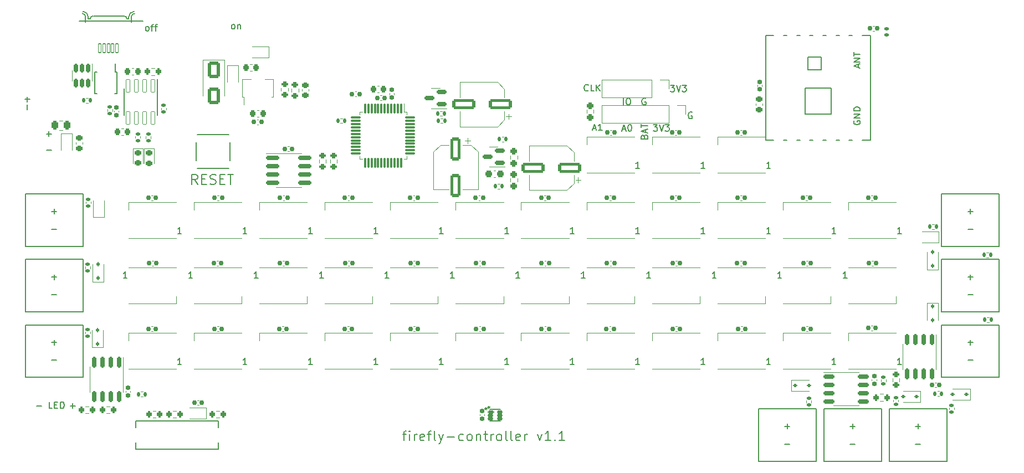
<source format=gto>
G04 #@! TF.GenerationSoftware,KiCad,Pcbnew,7.0.1-3b83917a11~172~ubuntu22.04.1*
G04 #@! TF.CreationDate,2023-04-04T19:30:21-06:00*
G04 #@! TF.ProjectId,controller,636f6e74-726f-46c6-9c65-722e6b696361,rev?*
G04 #@! TF.SameCoordinates,Original*
G04 #@! TF.FileFunction,Legend,Top*
G04 #@! TF.FilePolarity,Positive*
%FSLAX46Y46*%
G04 Gerber Fmt 4.6, Leading zero omitted, Abs format (unit mm)*
G04 Created by KiCad (PCBNEW 7.0.1-3b83917a11~172~ubuntu22.04.1) date 2023-04-04 19:30:21*
%MOMM*%
%LPD*%
G01*
G04 APERTURE LIST*
G04 Aperture macros list*
%AMRoundRect*
0 Rectangle with rounded corners*
0 $1 Rounding radius*
0 $2 $3 $4 $5 $6 $7 $8 $9 X,Y pos of 4 corners*
0 Add a 4 corners polygon primitive as box body*
4,1,4,$2,$3,$4,$5,$6,$7,$8,$9,$2,$3,0*
0 Add four circle primitives for the rounded corners*
1,1,$1+$1,$2,$3*
1,1,$1+$1,$4,$5*
1,1,$1+$1,$6,$7*
1,1,$1+$1,$8,$9*
0 Add four rect primitives between the rounded corners*
20,1,$1+$1,$2,$3,$4,$5,0*
20,1,$1+$1,$4,$5,$6,$7,0*
20,1,$1+$1,$6,$7,$8,$9,0*
20,1,$1+$1,$8,$9,$2,$3,0*%
%AMFreePoly0*
4,1,9,3.862500,-0.866500,0.737500,-0.866500,0.737500,-0.450000,-0.737500,-0.450000,-0.737500,0.450000,0.737500,0.450000,0.737500,0.866500,3.862500,0.866500,3.862500,-0.866500,3.862500,-0.866500,$1*%
G04 Aperture macros list end*
%ADD10C,0.150000*%
%ADD11C,0.200000*%
%ADD12C,0.120000*%
%ADD13C,0.127000*%
%ADD14C,0.203200*%
%ADD15C,0.254000*%
%ADD16C,1.408000*%
%ADD17C,1.800000*%
%ADD18RoundRect,0.135000X-0.135000X-0.185000X0.135000X-0.185000X0.135000X0.185000X-0.135000X0.185000X0*%
%ADD19RoundRect,0.135000X-0.185000X0.135000X-0.185000X-0.135000X0.185000X-0.135000X0.185000X0.135000X0*%
%ADD20RoundRect,0.135000X0.135000X0.185000X-0.135000X0.185000X-0.135000X-0.185000X0.135000X-0.185000X0*%
%ADD21RoundRect,0.200000X0.275000X-0.200000X0.275000X0.200000X-0.275000X0.200000X-0.275000X-0.200000X0*%
%ADD22RoundRect,0.042000X-0.258000X0.943000X-0.258000X-0.943000X0.258000X-0.943000X0.258000X0.943000X0*%
%ADD23R,3.302000X2.413000*%
%ADD24RoundRect,0.155000X-0.155000X0.212500X-0.155000X-0.212500X0.155000X-0.212500X0.155000X0.212500X0*%
%ADD25RoundRect,0.155000X0.155000X-0.212500X0.155000X0.212500X-0.155000X0.212500X-0.155000X-0.212500X0*%
%ADD26RoundRect,0.155000X-0.212500X-0.155000X0.212500X-0.155000X0.212500X0.155000X-0.212500X0.155000X0*%
%ADD27RoundRect,0.225000X0.225000X0.250000X-0.225000X0.250000X-0.225000X-0.250000X0.225000X-0.250000X0*%
%ADD28RoundRect,0.225000X-0.225000X-0.250000X0.225000X-0.250000X0.225000X0.250000X-0.225000X0.250000X0*%
%ADD29RoundRect,0.225000X0.250000X-0.225000X0.250000X0.225000X-0.250000X0.225000X-0.250000X-0.225000X0*%
%ADD30RoundRect,0.225000X-0.250000X0.225000X-0.250000X-0.225000X0.250000X-0.225000X0.250000X0.225000X0*%
%ADD31R,0.450000X0.600000*%
%ADD32R,0.600000X0.450000*%
%ADD33R,1.500000X1.000000*%
%ADD34RoundRect,0.218750X-0.256250X0.218750X-0.256250X-0.218750X0.256250X-0.218750X0.256250X0.218750X0*%
%ADD35RoundRect,0.150000X-0.150000X0.512500X-0.150000X-0.512500X0.150000X-0.512500X0.150000X0.512500X0*%
%ADD36C,3.200000*%
%ADD37R,1.700000X1.700000*%
%ADD38O,1.700000X1.700000*%
%ADD39RoundRect,0.147500X-0.172500X0.147500X-0.172500X-0.147500X0.172500X-0.147500X0.172500X0.147500X0*%
%ADD40RoundRect,0.200000X-0.200000X-0.275000X0.200000X-0.275000X0.200000X0.275000X-0.200000X0.275000X0*%
%ADD41RoundRect,0.200000X0.200000X0.275000X-0.200000X0.275000X-0.200000X-0.275000X0.200000X-0.275000X0*%
%ADD42RoundRect,0.135000X0.185000X-0.135000X0.185000X0.135000X-0.185000X0.135000X-0.185000X-0.135000X0*%
%ADD43C,1.308000*%
%ADD44C,2.250000*%
%ADD45R,2.000000X1.500000*%
%ADD46RoundRect,0.243750X0.243750X0.456250X-0.243750X0.456250X-0.243750X-0.456250X0.243750X-0.456250X0*%
%ADD47RoundRect,0.150000X-0.150000X0.675000X-0.150000X-0.675000X0.150000X-0.675000X0.150000X0.675000X0*%
%ADD48RoundRect,0.150000X-0.675000X-0.150000X0.675000X-0.150000X0.675000X0.150000X-0.675000X0.150000X0*%
%ADD49R,0.900000X1.300000*%
%ADD50FreePoly0,90.000000*%
%ADD51R,1.198880X2.999740*%
%ADD52RoundRect,0.250000X1.500000X0.550000X-1.500000X0.550000X-1.500000X-0.550000X1.500000X-0.550000X0*%
%ADD53RoundRect,0.250000X-0.550000X1.500000X-0.550000X-1.500000X0.550000X-1.500000X0.550000X1.500000X0*%
%ADD54RoundRect,0.155000X0.212500X0.155000X-0.212500X0.155000X-0.212500X-0.155000X0.212500X-0.155000X0*%
%ADD55RoundRect,0.237500X0.300000X0.237500X-0.300000X0.237500X-0.300000X-0.237500X0.300000X-0.237500X0*%
%ADD56RoundRect,0.150000X-0.825000X-0.150000X0.825000X-0.150000X0.825000X0.150000X-0.825000X0.150000X0*%
%ADD57RoundRect,0.050000X-0.200000X-0.675000X0.200000X-0.675000X0.200000X0.675000X-0.200000X0.675000X0*%
%ADD58R,1.500000X1.550000*%
%ADD59RoundRect,0.075000X-0.075000X0.662500X-0.075000X-0.662500X0.075000X-0.662500X0.075000X0.662500X0*%
%ADD60RoundRect,0.075000X-0.662500X0.075000X-0.662500X-0.075000X0.662500X-0.075000X0.662500X0.075000X0*%
%ADD61RoundRect,0.237500X-0.237500X0.250000X-0.237500X-0.250000X0.237500X-0.250000X0.237500X0.250000X0*%
%ADD62RoundRect,0.112500X0.112500X-0.187500X0.112500X0.187500X-0.112500X0.187500X-0.112500X-0.187500X0*%
%ADD63RoundRect,0.200000X-0.275000X0.200000X-0.275000X-0.200000X0.275000X-0.200000X0.275000X0.200000X0*%
%ADD64RoundRect,0.101600X-0.374650X0.124460X-0.374650X-0.124460X0.374650X-0.124460X0.374650X0.124460X0*%
%ADD65RoundRect,0.101600X-0.299720X0.124460X-0.299720X-0.124460X0.299720X-0.124460X0.299720X0.124460X0*%
%ADD66RoundRect,0.101600X0.299720X-0.124460X0.299720X0.124460X-0.299720X0.124460X-0.299720X-0.124460X0*%
%ADD67R,0.300000X1.400000*%
%ADD68RoundRect,0.150000X0.587500X0.150000X-0.587500X0.150000X-0.587500X-0.150000X0.587500X-0.150000X0*%
%ADD69RoundRect,0.112500X-0.112500X0.187500X-0.112500X-0.187500X0.112500X-0.187500X0.112500X0.187500X0*%
%ADD70RoundRect,0.250000X-0.650000X1.000000X-0.650000X-1.000000X0.650000X-1.000000X0.650000X1.000000X0*%
%ADD71RoundRect,0.112500X-0.187500X-0.112500X0.187500X-0.112500X0.187500X0.112500X-0.187500X0.112500X0*%
%ADD72RoundRect,0.112500X0.187500X0.112500X-0.187500X0.112500X-0.187500X-0.112500X0.187500X-0.112500X0*%
%ADD73R,1.000000X1.000000*%
%ADD74C,1.000000*%
%ADD75C,1.600000*%
%ADD76C,2.200000*%
%ADD77R,1.378000X1.378000*%
%ADD78C,1.378000*%
G04 APERTURE END LIST*
D10*
X34714285Y-148777619D02*
X34238095Y-148777619D01*
X34238095Y-148777619D02*
X34238095Y-147777619D01*
X35047619Y-148253809D02*
X35380952Y-148253809D01*
X35523809Y-148777619D02*
X35047619Y-148777619D01*
X35047619Y-148777619D02*
X35047619Y-147777619D01*
X35047619Y-147777619D02*
X35523809Y-147777619D01*
X35952381Y-148777619D02*
X35952381Y-147777619D01*
X35952381Y-147777619D02*
X36190476Y-147777619D01*
X36190476Y-147777619D02*
X36333333Y-147825238D01*
X36333333Y-147825238D02*
X36428571Y-147920476D01*
X36428571Y-147920476D02*
X36476190Y-148015714D01*
X36476190Y-148015714D02*
X36523809Y-148206190D01*
X36523809Y-148206190D02*
X36523809Y-148349047D01*
X36523809Y-148349047D02*
X36476190Y-148539523D01*
X36476190Y-148539523D02*
X36428571Y-148634761D01*
X36428571Y-148634761D02*
X36333333Y-148730000D01*
X36333333Y-148730000D02*
X36190476Y-148777619D01*
X36190476Y-148777619D02*
X35952381Y-148777619D01*
X129161905Y-99362619D02*
X129780952Y-99362619D01*
X129780952Y-99362619D02*
X129447619Y-99743571D01*
X129447619Y-99743571D02*
X129590476Y-99743571D01*
X129590476Y-99743571D02*
X129685714Y-99791190D01*
X129685714Y-99791190D02*
X129733333Y-99838809D01*
X129733333Y-99838809D02*
X129780952Y-99934047D01*
X129780952Y-99934047D02*
X129780952Y-100172142D01*
X129780952Y-100172142D02*
X129733333Y-100267380D01*
X129733333Y-100267380D02*
X129685714Y-100315000D01*
X129685714Y-100315000D02*
X129590476Y-100362619D01*
X129590476Y-100362619D02*
X129304762Y-100362619D01*
X129304762Y-100362619D02*
X129209524Y-100315000D01*
X129209524Y-100315000D02*
X129161905Y-100267380D01*
X130066667Y-99362619D02*
X130400000Y-100362619D01*
X130400000Y-100362619D02*
X130733333Y-99362619D01*
X130971429Y-99362619D02*
X131590476Y-99362619D01*
X131590476Y-99362619D02*
X131257143Y-99743571D01*
X131257143Y-99743571D02*
X131400000Y-99743571D01*
X131400000Y-99743571D02*
X131495238Y-99791190D01*
X131495238Y-99791190D02*
X131542857Y-99838809D01*
X131542857Y-99838809D02*
X131590476Y-99934047D01*
X131590476Y-99934047D02*
X131590476Y-100172142D01*
X131590476Y-100172142D02*
X131542857Y-100267380D01*
X131542857Y-100267380D02*
X131495238Y-100315000D01*
X131495238Y-100315000D02*
X131400000Y-100362619D01*
X131400000Y-100362619D02*
X131114286Y-100362619D01*
X131114286Y-100362619D02*
X131019048Y-100315000D01*
X131019048Y-100315000D02*
X130971429Y-100267380D01*
X37438095Y-148396666D02*
X38200000Y-148396666D01*
X37819047Y-148777619D02*
X37819047Y-148015714D01*
X49157142Y-91062619D02*
X49061904Y-91015000D01*
X49061904Y-91015000D02*
X49014285Y-90967380D01*
X49014285Y-90967380D02*
X48966666Y-90872142D01*
X48966666Y-90872142D02*
X48966666Y-90586428D01*
X48966666Y-90586428D02*
X49014285Y-90491190D01*
X49014285Y-90491190D02*
X49061904Y-90443571D01*
X49061904Y-90443571D02*
X49157142Y-90395952D01*
X49157142Y-90395952D02*
X49299999Y-90395952D01*
X49299999Y-90395952D02*
X49395237Y-90443571D01*
X49395237Y-90443571D02*
X49442856Y-90491190D01*
X49442856Y-90491190D02*
X49490475Y-90586428D01*
X49490475Y-90586428D02*
X49490475Y-90872142D01*
X49490475Y-90872142D02*
X49442856Y-90967380D01*
X49442856Y-90967380D02*
X49395237Y-91015000D01*
X49395237Y-91015000D02*
X49299999Y-91062619D01*
X49299999Y-91062619D02*
X49157142Y-91062619D01*
X49776190Y-90395952D02*
X50157142Y-90395952D01*
X49919047Y-91062619D02*
X49919047Y-90205476D01*
X49919047Y-90205476D02*
X49966666Y-90110238D01*
X49966666Y-90110238D02*
X50061904Y-90062619D01*
X50061904Y-90062619D02*
X50157142Y-90062619D01*
X50347619Y-90395952D02*
X50728571Y-90395952D01*
X50490476Y-91062619D02*
X50490476Y-90205476D01*
X50490476Y-90205476D02*
X50538095Y-90110238D01*
X50538095Y-90110238D02*
X50633333Y-90062619D01*
X50633333Y-90062619D02*
X50728571Y-90062619D01*
X62276190Y-90762619D02*
X62180952Y-90715000D01*
X62180952Y-90715000D02*
X62133333Y-90667380D01*
X62133333Y-90667380D02*
X62085714Y-90572142D01*
X62085714Y-90572142D02*
X62085714Y-90286428D01*
X62085714Y-90286428D02*
X62133333Y-90191190D01*
X62133333Y-90191190D02*
X62180952Y-90143571D01*
X62180952Y-90143571D02*
X62276190Y-90095952D01*
X62276190Y-90095952D02*
X62419047Y-90095952D01*
X62419047Y-90095952D02*
X62514285Y-90143571D01*
X62514285Y-90143571D02*
X62561904Y-90191190D01*
X62561904Y-90191190D02*
X62609523Y-90286428D01*
X62609523Y-90286428D02*
X62609523Y-90572142D01*
X62609523Y-90572142D02*
X62561904Y-90667380D01*
X62561904Y-90667380D02*
X62514285Y-90715000D01*
X62514285Y-90715000D02*
X62419047Y-90762619D01*
X62419047Y-90762619D02*
X62276190Y-90762619D01*
X63038095Y-90095952D02*
X63038095Y-90762619D01*
X63038095Y-90191190D02*
X63085714Y-90143571D01*
X63085714Y-90143571D02*
X63180952Y-90095952D01*
X63180952Y-90095952D02*
X63323809Y-90095952D01*
X63323809Y-90095952D02*
X63419047Y-90143571D01*
X63419047Y-90143571D02*
X63466666Y-90238809D01*
X63466666Y-90238809D02*
X63466666Y-90762619D01*
X117290476Y-105991904D02*
X117766666Y-105991904D01*
X117195238Y-106277619D02*
X117528571Y-105277619D01*
X117528571Y-105277619D02*
X117861904Y-106277619D01*
X118719047Y-106277619D02*
X118147619Y-106277619D01*
X118433333Y-106277619D02*
X118433333Y-105277619D01*
X118433333Y-105277619D02*
X118338095Y-105420476D01*
X118338095Y-105420476D02*
X118242857Y-105515714D01*
X118242857Y-105515714D02*
X118147619Y-105563333D01*
X121790476Y-106091904D02*
X122266666Y-106091904D01*
X121695238Y-106377619D02*
X122028571Y-105377619D01*
X122028571Y-105377619D02*
X122361904Y-106377619D01*
X122885714Y-105377619D02*
X122980952Y-105377619D01*
X122980952Y-105377619D02*
X123076190Y-105425238D01*
X123076190Y-105425238D02*
X123123809Y-105472857D01*
X123123809Y-105472857D02*
X123171428Y-105568095D01*
X123171428Y-105568095D02*
X123219047Y-105758571D01*
X123219047Y-105758571D02*
X123219047Y-105996666D01*
X123219047Y-105996666D02*
X123171428Y-106187142D01*
X123171428Y-106187142D02*
X123123809Y-106282380D01*
X123123809Y-106282380D02*
X123076190Y-106330000D01*
X123076190Y-106330000D02*
X122980952Y-106377619D01*
X122980952Y-106377619D02*
X122885714Y-106377619D01*
X122885714Y-106377619D02*
X122790476Y-106330000D01*
X122790476Y-106330000D02*
X122742857Y-106282380D01*
X122742857Y-106282380D02*
X122695238Y-106187142D01*
X122695238Y-106187142D02*
X122647619Y-105996666D01*
X122647619Y-105996666D02*
X122647619Y-105758571D01*
X122647619Y-105758571D02*
X122695238Y-105568095D01*
X122695238Y-105568095D02*
X122742857Y-105472857D01*
X122742857Y-105472857D02*
X122790476Y-105425238D01*
X122790476Y-105425238D02*
X122885714Y-105377619D01*
X34580951Y-106818333D02*
X33819047Y-106818333D01*
X34199999Y-106437380D02*
X34199999Y-107199285D01*
D11*
X88235716Y-152693928D02*
X88807144Y-152693928D01*
X88450001Y-153693928D02*
X88450001Y-152408214D01*
X88450001Y-152408214D02*
X88521430Y-152265357D01*
X88521430Y-152265357D02*
X88664287Y-152193928D01*
X88664287Y-152193928D02*
X88807144Y-152193928D01*
X89307144Y-153693928D02*
X89307144Y-152693928D01*
X89307144Y-152193928D02*
X89235716Y-152265357D01*
X89235716Y-152265357D02*
X89307144Y-152336785D01*
X89307144Y-152336785D02*
X89378573Y-152265357D01*
X89378573Y-152265357D02*
X89307144Y-152193928D01*
X89307144Y-152193928D02*
X89307144Y-152336785D01*
X90021430Y-153693928D02*
X90021430Y-152693928D01*
X90021430Y-152979642D02*
X90092859Y-152836785D01*
X90092859Y-152836785D02*
X90164288Y-152765357D01*
X90164288Y-152765357D02*
X90307145Y-152693928D01*
X90307145Y-152693928D02*
X90450002Y-152693928D01*
X91521430Y-153622500D02*
X91378573Y-153693928D01*
X91378573Y-153693928D02*
X91092859Y-153693928D01*
X91092859Y-153693928D02*
X90950001Y-153622500D01*
X90950001Y-153622500D02*
X90878573Y-153479642D01*
X90878573Y-153479642D02*
X90878573Y-152908214D01*
X90878573Y-152908214D02*
X90950001Y-152765357D01*
X90950001Y-152765357D02*
X91092859Y-152693928D01*
X91092859Y-152693928D02*
X91378573Y-152693928D01*
X91378573Y-152693928D02*
X91521430Y-152765357D01*
X91521430Y-152765357D02*
X91592859Y-152908214D01*
X91592859Y-152908214D02*
X91592859Y-153051071D01*
X91592859Y-153051071D02*
X90878573Y-153193928D01*
X92021430Y-152693928D02*
X92592858Y-152693928D01*
X92235715Y-153693928D02*
X92235715Y-152408214D01*
X92235715Y-152408214D02*
X92307144Y-152265357D01*
X92307144Y-152265357D02*
X92450001Y-152193928D01*
X92450001Y-152193928D02*
X92592858Y-152193928D01*
X93307144Y-153693928D02*
X93164287Y-153622500D01*
X93164287Y-153622500D02*
X93092858Y-153479642D01*
X93092858Y-153479642D02*
X93092858Y-152193928D01*
X93735715Y-152693928D02*
X94092858Y-153693928D01*
X94450001Y-152693928D02*
X94092858Y-153693928D01*
X94092858Y-153693928D02*
X93950001Y-154051071D01*
X93950001Y-154051071D02*
X93878572Y-154122500D01*
X93878572Y-154122500D02*
X93735715Y-154193928D01*
X95021429Y-153122500D02*
X96164287Y-153122500D01*
X97521430Y-153622500D02*
X97378572Y-153693928D01*
X97378572Y-153693928D02*
X97092858Y-153693928D01*
X97092858Y-153693928D02*
X96950001Y-153622500D01*
X96950001Y-153622500D02*
X96878572Y-153551071D01*
X96878572Y-153551071D02*
X96807144Y-153408214D01*
X96807144Y-153408214D02*
X96807144Y-152979642D01*
X96807144Y-152979642D02*
X96878572Y-152836785D01*
X96878572Y-152836785D02*
X96950001Y-152765357D01*
X96950001Y-152765357D02*
X97092858Y-152693928D01*
X97092858Y-152693928D02*
X97378572Y-152693928D01*
X97378572Y-152693928D02*
X97521430Y-152765357D01*
X98378572Y-153693928D02*
X98235715Y-153622500D01*
X98235715Y-153622500D02*
X98164286Y-153551071D01*
X98164286Y-153551071D02*
X98092858Y-153408214D01*
X98092858Y-153408214D02*
X98092858Y-152979642D01*
X98092858Y-152979642D02*
X98164286Y-152836785D01*
X98164286Y-152836785D02*
X98235715Y-152765357D01*
X98235715Y-152765357D02*
X98378572Y-152693928D01*
X98378572Y-152693928D02*
X98592858Y-152693928D01*
X98592858Y-152693928D02*
X98735715Y-152765357D01*
X98735715Y-152765357D02*
X98807144Y-152836785D01*
X98807144Y-152836785D02*
X98878572Y-152979642D01*
X98878572Y-152979642D02*
X98878572Y-153408214D01*
X98878572Y-153408214D02*
X98807144Y-153551071D01*
X98807144Y-153551071D02*
X98735715Y-153622500D01*
X98735715Y-153622500D02*
X98592858Y-153693928D01*
X98592858Y-153693928D02*
X98378572Y-153693928D01*
X99521429Y-152693928D02*
X99521429Y-153693928D01*
X99521429Y-152836785D02*
X99592858Y-152765357D01*
X99592858Y-152765357D02*
X99735715Y-152693928D01*
X99735715Y-152693928D02*
X99950001Y-152693928D01*
X99950001Y-152693928D02*
X100092858Y-152765357D01*
X100092858Y-152765357D02*
X100164287Y-152908214D01*
X100164287Y-152908214D02*
X100164287Y-153693928D01*
X100664287Y-152693928D02*
X101235715Y-152693928D01*
X100878572Y-152193928D02*
X100878572Y-153479642D01*
X100878572Y-153479642D02*
X100950001Y-153622500D01*
X100950001Y-153622500D02*
X101092858Y-153693928D01*
X101092858Y-153693928D02*
X101235715Y-153693928D01*
X101735715Y-153693928D02*
X101735715Y-152693928D01*
X101735715Y-152979642D02*
X101807144Y-152836785D01*
X101807144Y-152836785D02*
X101878573Y-152765357D01*
X101878573Y-152765357D02*
X102021430Y-152693928D01*
X102021430Y-152693928D02*
X102164287Y-152693928D01*
X102878572Y-153693928D02*
X102735715Y-153622500D01*
X102735715Y-153622500D02*
X102664286Y-153551071D01*
X102664286Y-153551071D02*
X102592858Y-153408214D01*
X102592858Y-153408214D02*
X102592858Y-152979642D01*
X102592858Y-152979642D02*
X102664286Y-152836785D01*
X102664286Y-152836785D02*
X102735715Y-152765357D01*
X102735715Y-152765357D02*
X102878572Y-152693928D01*
X102878572Y-152693928D02*
X103092858Y-152693928D01*
X103092858Y-152693928D02*
X103235715Y-152765357D01*
X103235715Y-152765357D02*
X103307144Y-152836785D01*
X103307144Y-152836785D02*
X103378572Y-152979642D01*
X103378572Y-152979642D02*
X103378572Y-153408214D01*
X103378572Y-153408214D02*
X103307144Y-153551071D01*
X103307144Y-153551071D02*
X103235715Y-153622500D01*
X103235715Y-153622500D02*
X103092858Y-153693928D01*
X103092858Y-153693928D02*
X102878572Y-153693928D01*
X104235715Y-153693928D02*
X104092858Y-153622500D01*
X104092858Y-153622500D02*
X104021429Y-153479642D01*
X104021429Y-153479642D02*
X104021429Y-152193928D01*
X105021429Y-153693928D02*
X104878572Y-153622500D01*
X104878572Y-153622500D02*
X104807143Y-153479642D01*
X104807143Y-153479642D02*
X104807143Y-152193928D01*
X106164286Y-153622500D02*
X106021429Y-153693928D01*
X106021429Y-153693928D02*
X105735715Y-153693928D01*
X105735715Y-153693928D02*
X105592857Y-153622500D01*
X105592857Y-153622500D02*
X105521429Y-153479642D01*
X105521429Y-153479642D02*
X105521429Y-152908214D01*
X105521429Y-152908214D02*
X105592857Y-152765357D01*
X105592857Y-152765357D02*
X105735715Y-152693928D01*
X105735715Y-152693928D02*
X106021429Y-152693928D01*
X106021429Y-152693928D02*
X106164286Y-152765357D01*
X106164286Y-152765357D02*
X106235715Y-152908214D01*
X106235715Y-152908214D02*
X106235715Y-153051071D01*
X106235715Y-153051071D02*
X105521429Y-153193928D01*
X106878571Y-153693928D02*
X106878571Y-152693928D01*
X106878571Y-152979642D02*
X106950000Y-152836785D01*
X106950000Y-152836785D02*
X107021429Y-152765357D01*
X107021429Y-152765357D02*
X107164286Y-152693928D01*
X107164286Y-152693928D02*
X107307143Y-152693928D01*
X108807142Y-152693928D02*
X109164285Y-153693928D01*
X109164285Y-153693928D02*
X109521428Y-152693928D01*
X110878571Y-153693928D02*
X110021428Y-153693928D01*
X110449999Y-153693928D02*
X110449999Y-152193928D01*
X110449999Y-152193928D02*
X110307142Y-152408214D01*
X110307142Y-152408214D02*
X110164285Y-152551071D01*
X110164285Y-152551071D02*
X110021428Y-152622500D01*
X111521427Y-153551071D02*
X111592856Y-153622500D01*
X111592856Y-153622500D02*
X111521427Y-153693928D01*
X111521427Y-153693928D02*
X111449999Y-153622500D01*
X111449999Y-153622500D02*
X111521427Y-153551071D01*
X111521427Y-153551071D02*
X111521427Y-153693928D01*
X113021428Y-153693928D02*
X112164285Y-153693928D01*
X112592856Y-153693928D02*
X112592856Y-152193928D01*
X112592856Y-152193928D02*
X112449999Y-152408214D01*
X112449999Y-152408214D02*
X112307142Y-152551071D01*
X112307142Y-152551071D02*
X112164285Y-152622500D01*
D10*
X132461904Y-103525238D02*
X132366666Y-103477619D01*
X132366666Y-103477619D02*
X132223809Y-103477619D01*
X132223809Y-103477619D02*
X132080952Y-103525238D01*
X132080952Y-103525238D02*
X131985714Y-103620476D01*
X131985714Y-103620476D02*
X131938095Y-103715714D01*
X131938095Y-103715714D02*
X131890476Y-103906190D01*
X131890476Y-103906190D02*
X131890476Y-104049047D01*
X131890476Y-104049047D02*
X131938095Y-104239523D01*
X131938095Y-104239523D02*
X131985714Y-104334761D01*
X131985714Y-104334761D02*
X132080952Y-104430000D01*
X132080952Y-104430000D02*
X132223809Y-104477619D01*
X132223809Y-104477619D02*
X132319047Y-104477619D01*
X132319047Y-104477619D02*
X132461904Y-104430000D01*
X132461904Y-104430000D02*
X132509523Y-104382380D01*
X132509523Y-104382380D02*
X132509523Y-104049047D01*
X132509523Y-104049047D02*
X132319047Y-104049047D01*
X126542857Y-105377619D02*
X127161904Y-105377619D01*
X127161904Y-105377619D02*
X126828571Y-105758571D01*
X126828571Y-105758571D02*
X126971428Y-105758571D01*
X126971428Y-105758571D02*
X127066666Y-105806190D01*
X127066666Y-105806190D02*
X127114285Y-105853809D01*
X127114285Y-105853809D02*
X127161904Y-105949047D01*
X127161904Y-105949047D02*
X127161904Y-106187142D01*
X127161904Y-106187142D02*
X127114285Y-106282380D01*
X127114285Y-106282380D02*
X127066666Y-106330000D01*
X127066666Y-106330000D02*
X126971428Y-106377619D01*
X126971428Y-106377619D02*
X126685714Y-106377619D01*
X126685714Y-106377619D02*
X126590476Y-106330000D01*
X126590476Y-106330000D02*
X126542857Y-106282380D01*
X127447619Y-105377619D02*
X127780952Y-106377619D01*
X127780952Y-106377619D02*
X128114285Y-105377619D01*
X128352381Y-105377619D02*
X128971428Y-105377619D01*
X128971428Y-105377619D02*
X128638095Y-105758571D01*
X128638095Y-105758571D02*
X128780952Y-105758571D01*
X128780952Y-105758571D02*
X128876190Y-105806190D01*
X128876190Y-105806190D02*
X128923809Y-105853809D01*
X128923809Y-105853809D02*
X128971428Y-105949047D01*
X128971428Y-105949047D02*
X128971428Y-106187142D01*
X128971428Y-106187142D02*
X128923809Y-106282380D01*
X128923809Y-106282380D02*
X128876190Y-106330000D01*
X128876190Y-106330000D02*
X128780952Y-106377619D01*
X128780952Y-106377619D02*
X128495238Y-106377619D01*
X128495238Y-106377619D02*
X128400000Y-106330000D01*
X128400000Y-106330000D02*
X128352381Y-106282380D01*
X125361904Y-101410238D02*
X125266666Y-101362619D01*
X125266666Y-101362619D02*
X125123809Y-101362619D01*
X125123809Y-101362619D02*
X124980952Y-101410238D01*
X124980952Y-101410238D02*
X124885714Y-101505476D01*
X124885714Y-101505476D02*
X124838095Y-101600714D01*
X124838095Y-101600714D02*
X124790476Y-101791190D01*
X124790476Y-101791190D02*
X124790476Y-101934047D01*
X124790476Y-101934047D02*
X124838095Y-102124523D01*
X124838095Y-102124523D02*
X124885714Y-102219761D01*
X124885714Y-102219761D02*
X124980952Y-102315000D01*
X124980952Y-102315000D02*
X125123809Y-102362619D01*
X125123809Y-102362619D02*
X125219047Y-102362619D01*
X125219047Y-102362619D02*
X125361904Y-102315000D01*
X125361904Y-102315000D02*
X125409523Y-102267380D01*
X125409523Y-102267380D02*
X125409523Y-101934047D01*
X125409523Y-101934047D02*
X125219047Y-101934047D01*
X121976191Y-102362619D02*
X121976191Y-101362619D01*
X122642857Y-101362619D02*
X122833333Y-101362619D01*
X122833333Y-101362619D02*
X122928571Y-101410238D01*
X122928571Y-101410238D02*
X123023809Y-101505476D01*
X123023809Y-101505476D02*
X123071428Y-101695952D01*
X123071428Y-101695952D02*
X123071428Y-102029285D01*
X123071428Y-102029285D02*
X123023809Y-102219761D01*
X123023809Y-102219761D02*
X122928571Y-102315000D01*
X122928571Y-102315000D02*
X122833333Y-102362619D01*
X122833333Y-102362619D02*
X122642857Y-102362619D01*
X122642857Y-102362619D02*
X122547619Y-102315000D01*
X122547619Y-102315000D02*
X122452381Y-102219761D01*
X122452381Y-102219761D02*
X122404762Y-102029285D01*
X122404762Y-102029285D02*
X122404762Y-101695952D01*
X122404762Y-101695952D02*
X122452381Y-101505476D01*
X122452381Y-101505476D02*
X122547619Y-101410238D01*
X122547619Y-101410238D02*
X122642857Y-101362619D01*
X32338095Y-148396666D02*
X33100000Y-148396666D01*
D11*
X56914285Y-114516428D02*
X56414285Y-113802142D01*
X56057142Y-114516428D02*
X56057142Y-113016428D01*
X56057142Y-113016428D02*
X56628571Y-113016428D01*
X56628571Y-113016428D02*
X56771428Y-113087857D01*
X56771428Y-113087857D02*
X56842857Y-113159285D01*
X56842857Y-113159285D02*
X56914285Y-113302142D01*
X56914285Y-113302142D02*
X56914285Y-113516428D01*
X56914285Y-113516428D02*
X56842857Y-113659285D01*
X56842857Y-113659285D02*
X56771428Y-113730714D01*
X56771428Y-113730714D02*
X56628571Y-113802142D01*
X56628571Y-113802142D02*
X56057142Y-113802142D01*
X57557142Y-113730714D02*
X58057142Y-113730714D01*
X58271428Y-114516428D02*
X57557142Y-114516428D01*
X57557142Y-114516428D02*
X57557142Y-113016428D01*
X57557142Y-113016428D02*
X58271428Y-113016428D01*
X58842857Y-114445000D02*
X59057143Y-114516428D01*
X59057143Y-114516428D02*
X59414285Y-114516428D01*
X59414285Y-114516428D02*
X59557143Y-114445000D01*
X59557143Y-114445000D02*
X59628571Y-114373571D01*
X59628571Y-114373571D02*
X59700000Y-114230714D01*
X59700000Y-114230714D02*
X59700000Y-114087857D01*
X59700000Y-114087857D02*
X59628571Y-113945000D01*
X59628571Y-113945000D02*
X59557143Y-113873571D01*
X59557143Y-113873571D02*
X59414285Y-113802142D01*
X59414285Y-113802142D02*
X59128571Y-113730714D01*
X59128571Y-113730714D02*
X58985714Y-113659285D01*
X58985714Y-113659285D02*
X58914285Y-113587857D01*
X58914285Y-113587857D02*
X58842857Y-113445000D01*
X58842857Y-113445000D02*
X58842857Y-113302142D01*
X58842857Y-113302142D02*
X58914285Y-113159285D01*
X58914285Y-113159285D02*
X58985714Y-113087857D01*
X58985714Y-113087857D02*
X59128571Y-113016428D01*
X59128571Y-113016428D02*
X59485714Y-113016428D01*
X59485714Y-113016428D02*
X59700000Y-113087857D01*
X60342856Y-113730714D02*
X60842856Y-113730714D01*
X61057142Y-114516428D02*
X60342856Y-114516428D01*
X60342856Y-114516428D02*
X60342856Y-113016428D01*
X60342856Y-113016428D02*
X61057142Y-113016428D01*
X61485714Y-113016428D02*
X62342857Y-113016428D01*
X61914285Y-114516428D02*
X61914285Y-113016428D01*
D10*
X125153809Y-107228571D02*
X125201428Y-107085714D01*
X125201428Y-107085714D02*
X125249047Y-107038095D01*
X125249047Y-107038095D02*
X125344285Y-106990476D01*
X125344285Y-106990476D02*
X125487142Y-106990476D01*
X125487142Y-106990476D02*
X125582380Y-107038095D01*
X125582380Y-107038095D02*
X125630000Y-107085714D01*
X125630000Y-107085714D02*
X125677619Y-107180952D01*
X125677619Y-107180952D02*
X125677619Y-107561904D01*
X125677619Y-107561904D02*
X124677619Y-107561904D01*
X124677619Y-107561904D02*
X124677619Y-107228571D01*
X124677619Y-107228571D02*
X124725238Y-107133333D01*
X124725238Y-107133333D02*
X124772857Y-107085714D01*
X124772857Y-107085714D02*
X124868095Y-107038095D01*
X124868095Y-107038095D02*
X124963333Y-107038095D01*
X124963333Y-107038095D02*
X125058571Y-107085714D01*
X125058571Y-107085714D02*
X125106190Y-107133333D01*
X125106190Y-107133333D02*
X125153809Y-107228571D01*
X125153809Y-107228571D02*
X125153809Y-107561904D01*
X125391904Y-106609523D02*
X125391904Y-106133333D01*
X125677619Y-106704761D02*
X124677619Y-106371428D01*
X124677619Y-106371428D02*
X125677619Y-106038095D01*
X124677619Y-105847618D02*
X124677619Y-105276190D01*
X125677619Y-105561904D02*
X124677619Y-105561904D01*
X116604761Y-100167380D02*
X116557142Y-100215000D01*
X116557142Y-100215000D02*
X116414285Y-100262619D01*
X116414285Y-100262619D02*
X116319047Y-100262619D01*
X116319047Y-100262619D02*
X116176190Y-100215000D01*
X116176190Y-100215000D02*
X116080952Y-100119761D01*
X116080952Y-100119761D02*
X116033333Y-100024523D01*
X116033333Y-100024523D02*
X115985714Y-99834047D01*
X115985714Y-99834047D02*
X115985714Y-99691190D01*
X115985714Y-99691190D02*
X116033333Y-99500714D01*
X116033333Y-99500714D02*
X116080952Y-99405476D01*
X116080952Y-99405476D02*
X116176190Y-99310238D01*
X116176190Y-99310238D02*
X116319047Y-99262619D01*
X116319047Y-99262619D02*
X116414285Y-99262619D01*
X116414285Y-99262619D02*
X116557142Y-99310238D01*
X116557142Y-99310238D02*
X116604761Y-99357857D01*
X117509523Y-100262619D02*
X117033333Y-100262619D01*
X117033333Y-100262619D02*
X117033333Y-99262619D01*
X117842857Y-100262619D02*
X117842857Y-99262619D01*
X118414285Y-100262619D02*
X117985714Y-99691190D01*
X118414285Y-99262619D02*
X117842857Y-99834047D01*
X34580951Y-109318333D02*
X33819047Y-109318333D01*
G04 #@! TO.C,D5*
X54435714Y-122062619D02*
X53864286Y-122062619D01*
X54150000Y-122062619D02*
X54150000Y-121062619D01*
X54150000Y-121062619D02*
X54054762Y-121205476D01*
X54054762Y-121205476D02*
X53959524Y-121300714D01*
X53959524Y-121300714D02*
X53864286Y-121348333D01*
G04 #@! TO.C,D6*
X156135714Y-128862619D02*
X155564286Y-128862619D01*
X155850000Y-128862619D02*
X155850000Y-127862619D01*
X155850000Y-127862619D02*
X155754762Y-128005476D01*
X155754762Y-128005476D02*
X155659524Y-128100714D01*
X155659524Y-128100714D02*
X155564286Y-128148333D01*
G04 #@! TO.C,D7*
X54435714Y-142062619D02*
X53864286Y-142062619D01*
X54150000Y-142062619D02*
X54150000Y-141062619D01*
X54150000Y-141062619D02*
X54054762Y-141205476D01*
X54054762Y-141205476D02*
X53959524Y-141300714D01*
X53959524Y-141300714D02*
X53864286Y-141348333D01*
G04 #@! TO.C,D10*
X64435714Y-142062619D02*
X63864286Y-142062619D01*
X64150000Y-142062619D02*
X64150000Y-141062619D01*
X64150000Y-141062619D02*
X64054762Y-141205476D01*
X64054762Y-141205476D02*
X63959524Y-141300714D01*
X63959524Y-141300714D02*
X63864286Y-141348333D01*
G04 #@! TO.C,D11*
X74435714Y-122062619D02*
X73864286Y-122062619D01*
X74150000Y-122062619D02*
X74150000Y-121062619D01*
X74150000Y-121062619D02*
X74054762Y-121205476D01*
X74054762Y-121205476D02*
X73959524Y-121300714D01*
X73959524Y-121300714D02*
X73864286Y-121348333D01*
G04 #@! TO.C,D13*
X74435714Y-142062619D02*
X73864286Y-142062619D01*
X74150000Y-142062619D02*
X74150000Y-141062619D01*
X74150000Y-141062619D02*
X74054762Y-141205476D01*
X74054762Y-141205476D02*
X73959524Y-141300714D01*
X73959524Y-141300714D02*
X73864286Y-141348333D01*
G04 #@! TO.C,D17*
X94435714Y-122062619D02*
X93864286Y-122062619D01*
X94150000Y-122062619D02*
X94150000Y-121062619D01*
X94150000Y-121062619D02*
X94054762Y-121205476D01*
X94054762Y-121205476D02*
X93959524Y-121300714D01*
X93959524Y-121300714D02*
X93864286Y-121348333D01*
G04 #@! TO.C,D19*
X94435714Y-142062619D02*
X93864286Y-142062619D01*
X94150000Y-142062619D02*
X94150000Y-141062619D01*
X94150000Y-141062619D02*
X94054762Y-141205476D01*
X94054762Y-141205476D02*
X93959524Y-141300714D01*
X93959524Y-141300714D02*
X93864286Y-141348333D01*
G04 #@! TO.C,D20*
X104435714Y-122062619D02*
X103864286Y-122062619D01*
X104150000Y-122062619D02*
X104150000Y-121062619D01*
X104150000Y-121062619D02*
X104054762Y-121205476D01*
X104054762Y-121205476D02*
X103959524Y-121300714D01*
X103959524Y-121300714D02*
X103864286Y-121348333D01*
G04 #@! TO.C,D22*
X104435714Y-142062619D02*
X103864286Y-142062619D01*
X104150000Y-142062619D02*
X104150000Y-141062619D01*
X104150000Y-141062619D02*
X104054762Y-141205476D01*
X104054762Y-141205476D02*
X103959524Y-141300714D01*
X103959524Y-141300714D02*
X103864286Y-141348333D01*
G04 #@! TO.C,D23*
X114435714Y-122062619D02*
X113864286Y-122062619D01*
X114150000Y-122062619D02*
X114150000Y-121062619D01*
X114150000Y-121062619D02*
X114054762Y-121205476D01*
X114054762Y-121205476D02*
X113959524Y-121300714D01*
X113959524Y-121300714D02*
X113864286Y-121348333D01*
G04 #@! TO.C,D24*
X96135714Y-128862619D02*
X95564286Y-128862619D01*
X95850000Y-128862619D02*
X95850000Y-127862619D01*
X95850000Y-127862619D02*
X95754762Y-128005476D01*
X95754762Y-128005476D02*
X95659524Y-128100714D01*
X95659524Y-128100714D02*
X95564286Y-128148333D01*
G04 #@! TO.C,D25*
X114435714Y-142062619D02*
X113864286Y-142062619D01*
X114150000Y-142062619D02*
X114150000Y-141062619D01*
X114150000Y-141062619D02*
X114054762Y-141205476D01*
X114054762Y-141205476D02*
X113959524Y-141300714D01*
X113959524Y-141300714D02*
X113864286Y-141348333D01*
G04 #@! TO.C,D27*
X124435714Y-122062619D02*
X123864286Y-122062619D01*
X124150000Y-122062619D02*
X124150000Y-121062619D01*
X124150000Y-121062619D02*
X124054762Y-121205476D01*
X124054762Y-121205476D02*
X123959524Y-121300714D01*
X123959524Y-121300714D02*
X123864286Y-121348333D01*
G04 #@! TO.C,D28*
X86135714Y-128862619D02*
X85564286Y-128862619D01*
X85850000Y-128862619D02*
X85850000Y-127862619D01*
X85850000Y-127862619D02*
X85754762Y-128005476D01*
X85754762Y-128005476D02*
X85659524Y-128100714D01*
X85659524Y-128100714D02*
X85564286Y-128148333D01*
G04 #@! TO.C,D29*
X124435714Y-142062619D02*
X123864286Y-142062619D01*
X124150000Y-142062619D02*
X124150000Y-141062619D01*
X124150000Y-141062619D02*
X124054762Y-141205476D01*
X124054762Y-141205476D02*
X123959524Y-141300714D01*
X123959524Y-141300714D02*
X123864286Y-141348333D01*
G04 #@! TO.C,D32*
X134435714Y-122062619D02*
X133864286Y-122062619D01*
X134150000Y-122062619D02*
X134150000Y-121062619D01*
X134150000Y-121062619D02*
X134054762Y-121205476D01*
X134054762Y-121205476D02*
X133959524Y-121300714D01*
X133959524Y-121300714D02*
X133864286Y-121348333D01*
G04 #@! TO.C,D33*
X76135714Y-128862619D02*
X75564286Y-128862619D01*
X75850000Y-128862619D02*
X75850000Y-127862619D01*
X75850000Y-127862619D02*
X75754762Y-128005476D01*
X75754762Y-128005476D02*
X75659524Y-128100714D01*
X75659524Y-128100714D02*
X75564286Y-128148333D01*
G04 #@! TO.C,D34*
X134435714Y-142062619D02*
X133864286Y-142062619D01*
X134150000Y-142062619D02*
X134150000Y-141062619D01*
X134150000Y-141062619D02*
X134054762Y-141205476D01*
X134054762Y-141205476D02*
X133959524Y-141300714D01*
X133959524Y-141300714D02*
X133864286Y-141348333D01*
G04 #@! TO.C,D36*
X144435714Y-122062619D02*
X143864286Y-122062619D01*
X144150000Y-122062619D02*
X144150000Y-121062619D01*
X144150000Y-121062619D02*
X144054762Y-121205476D01*
X144054762Y-121205476D02*
X143959524Y-121300714D01*
X143959524Y-121300714D02*
X143864286Y-121348333D01*
G04 #@! TO.C,D38*
X144435714Y-142062619D02*
X143864286Y-142062619D01*
X144150000Y-142062619D02*
X144150000Y-141062619D01*
X144150000Y-141062619D02*
X144054762Y-141205476D01*
X144054762Y-141205476D02*
X143959524Y-141300714D01*
X143959524Y-141300714D02*
X143864286Y-141348333D01*
G04 #@! TO.C,D40*
X154435714Y-122062619D02*
X153864286Y-122062619D01*
X154150000Y-122062619D02*
X154150000Y-121062619D01*
X154150000Y-121062619D02*
X154054762Y-121205476D01*
X154054762Y-121205476D02*
X153959524Y-121300714D01*
X153959524Y-121300714D02*
X153864286Y-121348333D01*
G04 #@! TO.C,D41*
X56135714Y-128862619D02*
X55564286Y-128862619D01*
X55850000Y-128862619D02*
X55850000Y-127862619D01*
X55850000Y-127862619D02*
X55754762Y-128005476D01*
X55754762Y-128005476D02*
X55659524Y-128100714D01*
X55659524Y-128100714D02*
X55564286Y-128148333D01*
G04 #@! TO.C,D42*
X154435714Y-142062619D02*
X153864286Y-142062619D01*
X154150000Y-142062619D02*
X154150000Y-141062619D01*
X154150000Y-141062619D02*
X154054762Y-141205476D01*
X154054762Y-141205476D02*
X153959524Y-141300714D01*
X153959524Y-141300714D02*
X153864286Y-141348333D01*
G04 #@! TO.C,D43*
X164435714Y-122062619D02*
X163864286Y-122062619D01*
X164150000Y-122062619D02*
X164150000Y-121062619D01*
X164150000Y-121062619D02*
X164054762Y-121205476D01*
X164054762Y-121205476D02*
X163959524Y-121300714D01*
X163959524Y-121300714D02*
X163864286Y-121348333D01*
G04 #@! TO.C,D44*
X46135714Y-128862619D02*
X45564286Y-128862619D01*
X45850000Y-128862619D02*
X45850000Y-127862619D01*
X45850000Y-127862619D02*
X45754762Y-128005476D01*
X45754762Y-128005476D02*
X45659524Y-128100714D01*
X45659524Y-128100714D02*
X45564286Y-128148333D01*
G04 #@! TO.C,D45*
X164435714Y-142062619D02*
X163864286Y-142062619D01*
X164150000Y-142062619D02*
X164150000Y-141062619D01*
X164150000Y-141062619D02*
X164054762Y-141205476D01*
X164054762Y-141205476D02*
X163959524Y-141300714D01*
X163959524Y-141300714D02*
X163864286Y-141348333D01*
G04 #@! TO.C,SW1*
X34619048Y-118681666D02*
X35380953Y-118681666D01*
X35000000Y-119062619D02*
X35000000Y-118300714D01*
X34619048Y-121381666D02*
X35380953Y-121381666D01*
G04 #@! TO.C,SW2*
X34619048Y-131381666D02*
X35380953Y-131381666D01*
X34619048Y-128681666D02*
X35380953Y-128681666D01*
X35000000Y-129062619D02*
X35000000Y-128300714D01*
G04 #@! TO.C,SW3*
X34619048Y-141381666D02*
X35380953Y-141381666D01*
X34619048Y-138681666D02*
X35380953Y-138681666D01*
X35000000Y-139062619D02*
X35000000Y-138300714D01*
G04 #@! TO.C,SW4*
X174619048Y-121381666D02*
X175380953Y-121381666D01*
X174619048Y-118681666D02*
X175380953Y-118681666D01*
X175000000Y-119062619D02*
X175000000Y-118300714D01*
G04 #@! TO.C,SW5*
X174619048Y-128681666D02*
X175380953Y-128681666D01*
X175000000Y-129062619D02*
X175000000Y-128300714D01*
X174619048Y-131381666D02*
X175380953Y-131381666D01*
G04 #@! TO.C,SW6*
X174619048Y-141381666D02*
X175380953Y-141381666D01*
X174619048Y-138681666D02*
X175380953Y-138681666D01*
X175000000Y-139062619D02*
X175000000Y-138300714D01*
G04 #@! TO.C,SW7*
X166619048Y-154231666D02*
X167380953Y-154231666D01*
X166619048Y-151531666D02*
X167380953Y-151531666D01*
X167000000Y-151912619D02*
X167000000Y-151150714D01*
G04 #@! TO.C,SW8*
X156619048Y-154231666D02*
X157380953Y-154231666D01*
X156619048Y-151531666D02*
X157380953Y-151531666D01*
X157000000Y-151912619D02*
X157000000Y-151150714D01*
G04 #@! TO.C,SW9*
X146619048Y-154231666D02*
X147380953Y-154231666D01*
X146619048Y-151531666D02*
X147380953Y-151531666D01*
X147000000Y-151912619D02*
X147000000Y-151150714D01*
G04 #@! TO.C,U6*
X157876904Y-96692856D02*
X157876904Y-96216666D01*
X158162619Y-96788094D02*
X157162619Y-96454761D01*
X157162619Y-96454761D02*
X158162619Y-96121428D01*
X158162619Y-95788094D02*
X157162619Y-95788094D01*
X157162619Y-95788094D02*
X158162619Y-95216666D01*
X158162619Y-95216666D02*
X157162619Y-95216666D01*
X157162619Y-94883332D02*
X157162619Y-94311904D01*
X158162619Y-94597618D02*
X157162619Y-94597618D01*
X157210238Y-104811904D02*
X157162619Y-104907142D01*
X157162619Y-104907142D02*
X157162619Y-105049999D01*
X157162619Y-105049999D02*
X157210238Y-105192856D01*
X157210238Y-105192856D02*
X157305476Y-105288094D01*
X157305476Y-105288094D02*
X157400714Y-105335713D01*
X157400714Y-105335713D02*
X157591190Y-105383332D01*
X157591190Y-105383332D02*
X157734047Y-105383332D01*
X157734047Y-105383332D02*
X157924523Y-105335713D01*
X157924523Y-105335713D02*
X158019761Y-105288094D01*
X158019761Y-105288094D02*
X158115000Y-105192856D01*
X158115000Y-105192856D02*
X158162619Y-105049999D01*
X158162619Y-105049999D02*
X158162619Y-104954761D01*
X158162619Y-104954761D02*
X158115000Y-104811904D01*
X158115000Y-104811904D02*
X158067380Y-104764285D01*
X158067380Y-104764285D02*
X157734047Y-104764285D01*
X157734047Y-104764285D02*
X157734047Y-104954761D01*
X158162619Y-104335713D02*
X157162619Y-104335713D01*
X157162619Y-104335713D02*
X158162619Y-103764285D01*
X158162619Y-103764285D02*
X157162619Y-103764285D01*
X158162619Y-103288094D02*
X157162619Y-103288094D01*
X157162619Y-103288094D02*
X157162619Y-103049999D01*
X157162619Y-103049999D02*
X157210238Y-102907142D01*
X157210238Y-102907142D02*
X157305476Y-102811904D01*
X157305476Y-102811904D02*
X157400714Y-102764285D01*
X157400714Y-102764285D02*
X157591190Y-102716666D01*
X157591190Y-102716666D02*
X157734047Y-102716666D01*
X157734047Y-102716666D02*
X157924523Y-102764285D01*
X157924523Y-102764285D02*
X158019761Y-102811904D01*
X158019761Y-102811904D02*
X158115000Y-102907142D01*
X158115000Y-102907142D02*
X158162619Y-103049999D01*
X158162619Y-103049999D02*
X158162619Y-103288094D01*
G04 #@! TO.C,D47*
X144435714Y-112062619D02*
X143864286Y-112062619D01*
X144150000Y-112062619D02*
X144150000Y-111062619D01*
X144150000Y-111062619D02*
X144054762Y-111205476D01*
X144054762Y-111205476D02*
X143959524Y-111300714D01*
X143959524Y-111300714D02*
X143864286Y-111348333D01*
G04 #@! TO.C,D48*
X134435714Y-112062619D02*
X133864286Y-112062619D01*
X134150000Y-112062619D02*
X134150000Y-111062619D01*
X134150000Y-111062619D02*
X134054762Y-111205476D01*
X134054762Y-111205476D02*
X133959524Y-111300714D01*
X133959524Y-111300714D02*
X133864286Y-111348333D01*
G04 #@! TO.C,D49*
X124435714Y-112062619D02*
X123864286Y-112062619D01*
X124150000Y-112062619D02*
X124150000Y-111062619D01*
X124150000Y-111062619D02*
X124054762Y-111205476D01*
X124054762Y-111205476D02*
X123959524Y-111300714D01*
X123959524Y-111300714D02*
X123864286Y-111348333D01*
G04 #@! TO.C,D8*
X64435714Y-122062619D02*
X63864286Y-122062619D01*
X64150000Y-122062619D02*
X64150000Y-121062619D01*
X64150000Y-121062619D02*
X64054762Y-121205476D01*
X64054762Y-121205476D02*
X63959524Y-121300714D01*
X63959524Y-121300714D02*
X63864286Y-121348333D01*
G04 #@! TO.C,D14*
X84435714Y-122062619D02*
X83864286Y-122062619D01*
X84150000Y-122062619D02*
X84150000Y-121062619D01*
X84150000Y-121062619D02*
X84054762Y-121205476D01*
X84054762Y-121205476D02*
X83959524Y-121300714D01*
X83959524Y-121300714D02*
X83864286Y-121348333D01*
G04 #@! TO.C,D16*
X84435714Y-142062619D02*
X83864286Y-142062619D01*
X84150000Y-142062619D02*
X84150000Y-141062619D01*
X84150000Y-141062619D02*
X84054762Y-141205476D01*
X84054762Y-141205476D02*
X83959524Y-141300714D01*
X83959524Y-141300714D02*
X83864286Y-141348333D01*
G04 #@! TO.C,D37*
X66135714Y-128862619D02*
X65564286Y-128862619D01*
X65850000Y-128862619D02*
X65850000Y-127862619D01*
X65850000Y-127862619D02*
X65754762Y-128005476D01*
X65754762Y-128005476D02*
X65659524Y-128100714D01*
X65659524Y-128100714D02*
X65564286Y-128148333D01*
G04 #@! TO.C,D12*
X136135714Y-128862619D02*
X135564286Y-128862619D01*
X135850000Y-128862619D02*
X135850000Y-127862619D01*
X135850000Y-127862619D02*
X135754762Y-128005476D01*
X135754762Y-128005476D02*
X135659524Y-128100714D01*
X135659524Y-128100714D02*
X135564286Y-128148333D01*
G04 #@! TO.C,D21*
X106135714Y-128862619D02*
X105564286Y-128862619D01*
X105850000Y-128862619D02*
X105850000Y-127862619D01*
X105850000Y-127862619D02*
X105754762Y-128005476D01*
X105754762Y-128005476D02*
X105659524Y-128100714D01*
X105659524Y-128100714D02*
X105564286Y-128148333D01*
G04 #@! TO.C,D18*
X116135714Y-128862619D02*
X115564286Y-128862619D01*
X115850000Y-128862619D02*
X115850000Y-127862619D01*
X115850000Y-127862619D02*
X115754762Y-128005476D01*
X115754762Y-128005476D02*
X115659524Y-128100714D01*
X115659524Y-128100714D02*
X115564286Y-128148333D01*
G04 #@! TO.C,D9*
X146135714Y-128862619D02*
X145564286Y-128862619D01*
X145850000Y-128862619D02*
X145850000Y-127862619D01*
X145850000Y-127862619D02*
X145754762Y-128005476D01*
X145754762Y-128005476D02*
X145659524Y-128100714D01*
X145659524Y-128100714D02*
X145564286Y-128148333D01*
G04 #@! TO.C,D15*
X126135714Y-128862619D02*
X125564286Y-128862619D01*
X125850000Y-128862619D02*
X125850000Y-127862619D01*
X125850000Y-127862619D02*
X125754762Y-128005476D01*
X125754762Y-128005476D02*
X125659524Y-128100714D01*
X125659524Y-128100714D02*
X125564286Y-128148333D01*
G04 #@! TO.C,J6*
X30903333Y-102338095D02*
X30903333Y-103100000D01*
X30903333Y-101138095D02*
X30903333Y-101900000D01*
X30522380Y-101519047D02*
X31284285Y-101519047D01*
D12*
G04 #@! TO.C,R21*
X93936359Y-103320000D02*
X94243641Y-103320000D01*
X93936359Y-104080000D02*
X94243641Y-104080000D01*
G04 #@! TO.C,R13*
X162080000Y-144346359D02*
X162080000Y-144653641D01*
X161320000Y-144346359D02*
X161320000Y-144653641D01*
G04 #@! TO.C,R10*
X170253641Y-146880000D02*
X169946359Y-146880000D01*
X170253641Y-146120000D02*
X169946359Y-146120000D01*
G04 #@! TO.C,R6*
X48553641Y-146980000D02*
X48246359Y-146980000D01*
X48553641Y-146220000D02*
X48246359Y-146220000D01*
G04 #@! TO.C,R46*
X103703641Y-107980000D02*
X103396359Y-107980000D01*
X103703641Y-107220000D02*
X103396359Y-107220000D01*
G04 #@! TO.C,R23*
X103063641Y-115180000D02*
X102756359Y-115180000D01*
X103063641Y-114420000D02*
X102756359Y-114420000D01*
G04 #@! TO.C,R22*
X72322500Y-100362258D02*
X72322500Y-99887742D01*
X71277500Y-100362258D02*
X71277500Y-99887742D01*
G04 #@! TO.C,R14*
X70722500Y-100262258D02*
X70722500Y-99787742D01*
X69677500Y-100262258D02*
X69677500Y-99787742D01*
D13*
G04 #@! TO.C,U7*
X50755000Y-98425000D02*
X50755000Y-103925000D01*
X45655000Y-99925000D02*
X45655000Y-103925000D01*
D12*
G04 #@! TO.C,C1*
X44860000Y-103251665D02*
X44860000Y-103483335D01*
X44140000Y-103251665D02*
X44140000Y-103483335D01*
G04 #@! TO.C,C3*
X45940000Y-146315835D02*
X45940000Y-146084165D01*
X46660000Y-146315835D02*
X46660000Y-146084165D01*
G04 #@! TO.C,C5*
X169551665Y-144840000D02*
X169783335Y-144840000D01*
X169551665Y-145560000D02*
X169783335Y-145560000D01*
G04 #@! TO.C,C6*
X160660000Y-144316665D02*
X160660000Y-144548335D01*
X159940000Y-144316665D02*
X159940000Y-144548335D01*
G04 #@! TO.C,C7*
X70676665Y-108735000D02*
X70908335Y-108735000D01*
X70676665Y-109455000D02*
X70908335Y-109455000D01*
G04 #@! TO.C,C9*
X84665580Y-100510000D02*
X84384420Y-100510000D01*
X84665580Y-99490000D02*
X84384420Y-99490000D01*
G04 #@! TO.C,C11*
X64934420Y-96190000D02*
X65215580Y-96190000D01*
X64934420Y-97210000D02*
X65215580Y-97210000D01*
G04 #@! TO.C,C12*
X38290000Y-108365580D02*
X38290000Y-108084420D01*
X39310000Y-108365580D02*
X39310000Y-108084420D01*
G04 #@! TO.C,C13*
X73910000Y-99984420D02*
X73910000Y-100265580D01*
X72890000Y-99984420D02*
X72890000Y-100265580D01*
G04 #@! TO.C,C14*
X65984420Y-103190000D02*
X66265580Y-103190000D01*
X65984420Y-104210000D02*
X66265580Y-104210000D01*
G04 #@! TO.C,C15*
X142440000Y-99515835D02*
X142440000Y-99284165D01*
X143160000Y-99515835D02*
X143160000Y-99284165D01*
G04 #@! TO.C,C16*
X142190000Y-102440580D02*
X142190000Y-102159420D01*
X143210000Y-102440580D02*
X143210000Y-102159420D01*
G04 #@! TO.C,C17*
X47140580Y-97810000D02*
X46859420Y-97810000D01*
X47140580Y-96790000D02*
X46859420Y-96790000D01*
G04 #@! TO.C,C18*
X45284420Y-105990000D02*
X45565580Y-105990000D01*
X45284420Y-107010000D02*
X45565580Y-107010000D01*
G04 #@! TO.C,C19*
X160084165Y-90340000D02*
X160315835Y-90340000D01*
X160084165Y-91060000D02*
X160315835Y-91060000D01*
G04 #@! TO.C,D1*
X40950000Y-119500000D02*
X42650000Y-119500000D01*
X40950000Y-119500000D02*
X40950000Y-116950000D01*
X42650000Y-119500000D02*
X42650000Y-116950000D01*
G04 #@! TO.C,D2*
X58200000Y-150350000D02*
X58200000Y-148650000D01*
X58200000Y-150350000D02*
X55650000Y-150350000D01*
X58200000Y-148650000D02*
X55650000Y-148650000D01*
G04 #@! TO.C,D4*
X170150000Y-123450000D02*
X170150000Y-121750000D01*
X170150000Y-123450000D02*
X167600000Y-123450000D01*
X170150000Y-121750000D02*
X167600000Y-121750000D01*
G04 #@! TO.C,D5*
X53650000Y-122750000D02*
X46350000Y-122750000D01*
X53650000Y-117250000D02*
X46350000Y-117250000D01*
X46350000Y-117250000D02*
X46350000Y-118400000D01*
G04 #@! TO.C,D6*
X156350000Y-127250000D02*
X163650000Y-127250000D01*
X156350000Y-132750000D02*
X163650000Y-132750000D01*
X163650000Y-132750000D02*
X163650000Y-131600000D01*
G04 #@! TO.C,D7*
X53650000Y-142750000D02*
X46350000Y-142750000D01*
X53650000Y-137250000D02*
X46350000Y-137250000D01*
X46350000Y-137250000D02*
X46350000Y-138400000D01*
G04 #@! TO.C,D10*
X63650000Y-142750000D02*
X56350000Y-142750000D01*
X63650000Y-137250000D02*
X56350000Y-137250000D01*
X56350000Y-137250000D02*
X56350000Y-138400000D01*
G04 #@! TO.C,D11*
X73650000Y-122750000D02*
X66350000Y-122750000D01*
X73650000Y-117250000D02*
X66350000Y-117250000D01*
X66350000Y-117250000D02*
X66350000Y-118400000D01*
G04 #@! TO.C,D13*
X73650000Y-142750000D02*
X66350000Y-142750000D01*
X73650000Y-137250000D02*
X66350000Y-137250000D01*
X66350000Y-137250000D02*
X66350000Y-138400000D01*
G04 #@! TO.C,D17*
X93650000Y-122750000D02*
X86350000Y-122750000D01*
X93650000Y-117250000D02*
X86350000Y-117250000D01*
X86350000Y-117250000D02*
X86350000Y-118400000D01*
G04 #@! TO.C,D19*
X93650000Y-142750000D02*
X86350000Y-142750000D01*
X93650000Y-137250000D02*
X86350000Y-137250000D01*
X86350000Y-137250000D02*
X86350000Y-138400000D01*
G04 #@! TO.C,D20*
X103650000Y-122750000D02*
X96350000Y-122750000D01*
X103650000Y-117250000D02*
X96350000Y-117250000D01*
X96350000Y-117250000D02*
X96350000Y-118400000D01*
G04 #@! TO.C,D22*
X103650000Y-142750000D02*
X96350000Y-142750000D01*
X103650000Y-137250000D02*
X96350000Y-137250000D01*
X96350000Y-137250000D02*
X96350000Y-138400000D01*
G04 #@! TO.C,D23*
X113650000Y-122750000D02*
X106350000Y-122750000D01*
X113650000Y-117250000D02*
X106350000Y-117250000D01*
X106350000Y-117250000D02*
X106350000Y-118400000D01*
G04 #@! TO.C,D24*
X96350000Y-127250000D02*
X103650000Y-127250000D01*
X96350000Y-132750000D02*
X103650000Y-132750000D01*
X103650000Y-132750000D02*
X103650000Y-131600000D01*
G04 #@! TO.C,D25*
X113650000Y-142750000D02*
X106350000Y-142750000D01*
X113650000Y-137250000D02*
X106350000Y-137250000D01*
X106350000Y-137250000D02*
X106350000Y-138400000D01*
G04 #@! TO.C,D26*
X37750000Y-106750000D02*
X36050000Y-106750000D01*
X37750000Y-106750000D02*
X37750000Y-109300000D01*
X36050000Y-106750000D02*
X36050000Y-109300000D01*
G04 #@! TO.C,D27*
X123650000Y-122750000D02*
X116350000Y-122750000D01*
X123650000Y-117250000D02*
X116350000Y-117250000D01*
X116350000Y-117250000D02*
X116350000Y-118400000D01*
G04 #@! TO.C,D28*
X86350000Y-127250000D02*
X93650000Y-127250000D01*
X86350000Y-132750000D02*
X93650000Y-132750000D01*
X93650000Y-132750000D02*
X93650000Y-131600000D01*
G04 #@! TO.C,D29*
X123650000Y-142750000D02*
X116350000Y-142750000D01*
X123650000Y-137250000D02*
X116350000Y-137250000D01*
X116350000Y-137250000D02*
X116350000Y-138400000D01*
G04 #@! TO.C,D30*
X63150000Y-96300000D02*
X61450000Y-96300000D01*
X63150000Y-96300000D02*
X63150000Y-98850000D01*
X61450000Y-96300000D02*
X61450000Y-98850000D01*
G04 #@! TO.C,D31*
X67800000Y-95150000D02*
X67800000Y-93450000D01*
X67800000Y-95150000D02*
X65250000Y-95150000D01*
X67800000Y-93450000D02*
X65250000Y-93450000D01*
G04 #@! TO.C,D32*
X133650000Y-122750000D02*
X126350000Y-122750000D01*
X133650000Y-117250000D02*
X126350000Y-117250000D01*
X126350000Y-117250000D02*
X126350000Y-118400000D01*
G04 #@! TO.C,D33*
X76350000Y-127250000D02*
X83650000Y-127250000D01*
X76350000Y-132750000D02*
X83650000Y-132750000D01*
X83650000Y-132750000D02*
X83650000Y-131600000D01*
G04 #@! TO.C,D34*
X133650000Y-142750000D02*
X126350000Y-142750000D01*
X133650000Y-137250000D02*
X126350000Y-137250000D01*
X126350000Y-137250000D02*
X126350000Y-138400000D01*
G04 #@! TO.C,D35*
X48535000Y-109002500D02*
X47065000Y-109002500D01*
X47065000Y-109002500D02*
X47065000Y-111287500D01*
X48535000Y-111287500D02*
X48535000Y-109002500D01*
G04 #@! TO.C,D36*
X143650000Y-122750000D02*
X136350000Y-122750000D01*
X143650000Y-117250000D02*
X136350000Y-117250000D01*
X136350000Y-117250000D02*
X136350000Y-118400000D01*
G04 #@! TO.C,D38*
X143650000Y-142750000D02*
X136350000Y-142750000D01*
X143650000Y-137250000D02*
X136350000Y-137250000D01*
X136350000Y-137250000D02*
X136350000Y-138400000D01*
G04 #@! TO.C,D39*
X50235000Y-109015000D02*
X48765000Y-109015000D01*
X48765000Y-109015000D02*
X48765000Y-111300000D01*
X50235000Y-111300000D02*
X50235000Y-109015000D01*
G04 #@! TO.C,D40*
X153650000Y-122750000D02*
X146350000Y-122750000D01*
X153650000Y-117250000D02*
X146350000Y-117250000D01*
X146350000Y-117250000D02*
X146350000Y-118400000D01*
G04 #@! TO.C,D41*
X56350000Y-127250000D02*
X63650000Y-127250000D01*
X56350000Y-132750000D02*
X63650000Y-132750000D01*
X63650000Y-132750000D02*
X63650000Y-131600000D01*
G04 #@! TO.C,D42*
X153650000Y-142750000D02*
X146350000Y-142750000D01*
X153650000Y-137250000D02*
X146350000Y-137250000D01*
X146350000Y-137250000D02*
X146350000Y-138400000D01*
G04 #@! TO.C,D43*
X163650000Y-122750000D02*
X156350000Y-122750000D01*
X163650000Y-117250000D02*
X156350000Y-117250000D01*
X156350000Y-117250000D02*
X156350000Y-118400000D01*
G04 #@! TO.C,D44*
X46350000Y-127250000D02*
X53650000Y-127250000D01*
X46350000Y-132750000D02*
X53650000Y-132750000D01*
X53650000Y-132750000D02*
X53650000Y-131600000D01*
G04 #@! TO.C,D45*
X163650000Y-142750000D02*
X156350000Y-142750000D01*
X163650000Y-137250000D02*
X156350000Y-137250000D01*
X156350000Y-137250000D02*
X156350000Y-138400000D01*
G04 #@! TO.C,D46*
X40810000Y-97900000D02*
X40810000Y-96100000D01*
X40810000Y-97900000D02*
X40810000Y-98700000D01*
X37690000Y-97900000D02*
X37690000Y-97100000D01*
X37690000Y-97900000D02*
X37690000Y-98700000D01*
G04 #@! TO.C,J1*
X131490000Y-102470000D02*
X131490000Y-103800000D01*
X130160000Y-102470000D02*
X131490000Y-102470000D01*
X128890000Y-102470000D02*
X118670000Y-102470000D01*
X128890000Y-102470000D02*
X128890000Y-105130000D01*
X118670000Y-102470000D02*
X118670000Y-105130000D01*
X128890000Y-105130000D02*
X118670000Y-105130000D01*
G04 #@! TO.C,J3*
X128930000Y-98570000D02*
X128930000Y-99900000D01*
X127600000Y-98570000D02*
X128930000Y-98570000D01*
X126330000Y-98570000D02*
X118650000Y-98570000D01*
X126330000Y-98570000D02*
X126330000Y-101230000D01*
X118650000Y-98570000D02*
X118650000Y-101230000D01*
X126330000Y-101230000D02*
X118650000Y-101230000D01*
G04 #@! TO.C,R1*
X42987742Y-148477500D02*
X43462258Y-148477500D01*
X42987742Y-149522500D02*
X43462258Y-149522500D01*
G04 #@! TO.C,R3*
X40580000Y-117146359D02*
X40580000Y-117453641D01*
X39820000Y-117146359D02*
X39820000Y-117453641D01*
G04 #@! TO.C,R4*
X40480000Y-127056359D02*
X40480000Y-127363641D01*
X39720000Y-127056359D02*
X39720000Y-127363641D01*
G04 #@! TO.C,R5*
X40480000Y-137036359D02*
X40480000Y-137343641D01*
X39720000Y-137036359D02*
X39720000Y-137343641D01*
G04 #@! TO.C,R7*
X163077500Y-144637258D02*
X163077500Y-144162742D01*
X164122500Y-144637258D02*
X164122500Y-144162742D01*
G04 #@! TO.C,R8*
X53162742Y-149177500D02*
X53637258Y-149177500D01*
X53162742Y-150222500D02*
X53637258Y-150222500D01*
G04 #@! TO.C,R9*
X50537258Y-150222500D02*
X50062742Y-150222500D01*
X50537258Y-149177500D02*
X50062742Y-149177500D01*
G04 #@! TO.C,R12*
X94353641Y-105180000D02*
X94046359Y-105180000D01*
X94353641Y-104420000D02*
X94046359Y-104420000D01*
G04 #@! TO.C,R19*
X163980000Y-147456359D02*
X163980000Y-147763641D01*
X163220000Y-147456359D02*
X163220000Y-147763641D01*
G04 #@! TO.C,R20*
X150680000Y-147546359D02*
X150680000Y-147853641D01*
X149920000Y-147546359D02*
X149920000Y-147853641D01*
G04 #@! TO.C,R25*
X161187742Y-146577500D02*
X161662258Y-146577500D01*
X161187742Y-147622500D02*
X161662258Y-147622500D01*
G04 #@! TO.C,R31*
X47420000Y-107453641D02*
X47420000Y-107146359D01*
X48180000Y-107453641D02*
X48180000Y-107146359D01*
G04 #@! TO.C,R32*
X49020000Y-107478641D02*
X49020000Y-107171359D01*
X49780000Y-107478641D02*
X49780000Y-107171359D01*
G04 #@! TO.C,R33*
X49837742Y-96777500D02*
X50312258Y-96777500D01*
X49837742Y-97822500D02*
X50312258Y-97822500D01*
D13*
G04 #@! TO.C,S1*
X47500000Y-150700000D02*
X60100000Y-150700000D01*
X47500000Y-155000000D02*
X47500000Y-150700000D01*
X60100000Y-150700000D02*
X60100000Y-155000000D01*
X60100000Y-155000000D02*
X47500000Y-155000000D01*
D10*
G04 #@! TO.C,SW1*
X30600000Y-116000000D02*
X30600000Y-124000000D01*
X30600000Y-116000000D02*
X39400000Y-116000000D01*
X30600000Y-124000000D02*
X39400000Y-124000000D01*
X39400000Y-116000000D02*
X39400000Y-124000000D01*
G04 #@! TO.C,SW2*
X30600000Y-126000000D02*
X30600000Y-134000000D01*
X30600000Y-126000000D02*
X39400000Y-126000000D01*
X30600000Y-134000000D02*
X39400000Y-134000000D01*
X39400000Y-126000000D02*
X39400000Y-134000000D01*
G04 #@! TO.C,SW3*
X30600000Y-136000000D02*
X30600000Y-144000000D01*
X30600000Y-136000000D02*
X39400000Y-136000000D01*
X30600000Y-144000000D02*
X39400000Y-144000000D01*
X39400000Y-136000000D02*
X39400000Y-144000000D01*
G04 #@! TO.C,SW4*
X170600000Y-116000000D02*
X170600000Y-124000000D01*
X170600000Y-116000000D02*
X179400000Y-116000000D01*
X170600000Y-124000000D02*
X179400000Y-124000000D01*
X179400000Y-116000000D02*
X179400000Y-124000000D01*
G04 #@! TO.C,SW5*
X170600000Y-126000000D02*
X170600000Y-134000000D01*
X170600000Y-126000000D02*
X179400000Y-126000000D01*
X170600000Y-134000000D02*
X179400000Y-134000000D01*
X179400000Y-126000000D02*
X179400000Y-134000000D01*
G04 #@! TO.C,SW6*
X170600000Y-136000000D02*
X170600000Y-144000000D01*
X170600000Y-136000000D02*
X179400000Y-136000000D01*
X170600000Y-144000000D02*
X179400000Y-144000000D01*
X179400000Y-136000000D02*
X179400000Y-144000000D01*
G04 #@! TO.C,SW7*
X162600000Y-148850000D02*
X162600000Y-156850000D01*
X162600000Y-148850000D02*
X171400000Y-148850000D01*
X162600000Y-156850000D02*
X171400000Y-156850000D01*
X171400000Y-148850000D02*
X171400000Y-156850000D01*
G04 #@! TO.C,SW8*
X152600000Y-148850000D02*
X152600000Y-156850000D01*
X152600000Y-148850000D02*
X161400000Y-148850000D01*
X152600000Y-156850000D02*
X161400000Y-156850000D01*
X161400000Y-148850000D02*
X161400000Y-156850000D01*
G04 #@! TO.C,SW9*
X142600000Y-148850000D02*
X142600000Y-156850000D01*
X142600000Y-148850000D02*
X151400000Y-148850000D01*
X142600000Y-156850000D02*
X151400000Y-156850000D01*
X151400000Y-148850000D02*
X151400000Y-156850000D01*
G04 #@! TO.C,SW10*
X56700000Y-110900000D02*
X56700000Y-108100000D01*
X56900000Y-106900000D02*
X61700000Y-106900000D01*
X61700000Y-112100000D02*
X56900000Y-112100000D01*
X61900000Y-108100000D02*
X61900000Y-110900000D01*
D12*
G04 #@! TO.C,TH1*
X36258578Y-106210000D02*
X35741422Y-106210000D01*
X36258578Y-104790000D02*
X35741422Y-104790000D01*
G04 #@! TO.C,U1*
X45555000Y-144375000D02*
X45555000Y-140925000D01*
X45555000Y-144375000D02*
X45555000Y-146325000D01*
X40435000Y-144375000D02*
X40435000Y-142425000D01*
X40435000Y-144375000D02*
X40435000Y-146325000D01*
G04 #@! TO.C,U3*
X169760000Y-140900000D02*
X169760000Y-137450000D01*
X169760000Y-140900000D02*
X169760000Y-142850000D01*
X164640000Y-140900000D02*
X164640000Y-138950000D01*
X164640000Y-140900000D02*
X164640000Y-142850000D01*
G04 #@! TO.C,U4*
X156025000Y-143240000D02*
X152575000Y-143240000D01*
X156025000Y-143240000D02*
X157975000Y-143240000D01*
X156025000Y-148360000D02*
X154075000Y-148360000D01*
X156025000Y-148360000D02*
X157975000Y-148360000D01*
G04 #@! TO.C,U5*
X63970000Y-102337500D02*
X63970000Y-101197500D01*
X63740000Y-101197500D02*
X63970000Y-101197500D01*
X63740000Y-101197500D02*
X63740000Y-98477500D01*
X68460000Y-101197500D02*
X68230000Y-101197500D01*
X63740000Y-98477500D02*
X65050000Y-98477500D01*
X67150000Y-98477500D02*
X68460000Y-98477500D01*
X68460000Y-98477500D02*
X68460000Y-101197500D01*
D10*
G04 #@! TO.C,U6*
X158450000Y-91800000D02*
X159700000Y-91800000D01*
X156450000Y-91800000D02*
X156950000Y-91800000D01*
X154450000Y-91800000D02*
X154950000Y-91800000D01*
X152450000Y-91800000D02*
X152950000Y-91800000D01*
X150450000Y-91800000D02*
X150950000Y-91800000D01*
X148450000Y-91800000D02*
X148950000Y-91800000D01*
X146450000Y-91800000D02*
X146950000Y-91800000D01*
X143700000Y-91800000D02*
X144950000Y-91800000D01*
D14*
X159698460Y-91801540D02*
X159698460Y-107798460D01*
X150202160Y-95048980D02*
X152198600Y-95048980D01*
X152198600Y-97047960D02*
X152198600Y-95048980D01*
X150202160Y-97047960D02*
X150202160Y-95048980D01*
X150202160Y-97047960D02*
X152198600Y-97047960D01*
X153698980Y-99802040D02*
X149701020Y-99802040D01*
X149701020Y-99802040D02*
X149701020Y-103800000D01*
X153698980Y-103800000D02*
X153698980Y-99802040D01*
X149701020Y-103800000D02*
X153698980Y-103800000D01*
X143701540Y-107798460D02*
X143701540Y-91801540D01*
D10*
X159700000Y-107800000D02*
X158450000Y-107800000D01*
X156950000Y-107800000D02*
X156450000Y-107800000D01*
X154950000Y-107800000D02*
X154450000Y-107800000D01*
X152950000Y-107800000D02*
X152450000Y-107800000D01*
X150950000Y-107800000D02*
X150450000Y-107800000D01*
X148950000Y-107800000D02*
X148450000Y-107800000D01*
X146950000Y-107800000D02*
X146450000Y-107800000D01*
X144950000Y-107800000D02*
X143700000Y-107800000D01*
D12*
G04 #@! TO.C,D47*
X143650000Y-112750000D02*
X136350000Y-112750000D01*
X143650000Y-107250000D02*
X136350000Y-107250000D01*
X136350000Y-107250000D02*
X136350000Y-108400000D01*
G04 #@! TO.C,D48*
X133650000Y-112750000D02*
X126350000Y-112750000D01*
X133650000Y-107250000D02*
X126350000Y-107250000D01*
X126350000Y-107250000D02*
X126350000Y-108400000D01*
G04 #@! TO.C,D49*
X123650000Y-112750000D02*
X116350000Y-112750000D01*
X123650000Y-107250000D02*
X116350000Y-107250000D01*
X116350000Y-107250000D02*
X116350000Y-108400000D01*
G04 #@! TO.C,D8*
X63650000Y-122750000D02*
X56350000Y-122750000D01*
X63650000Y-117250000D02*
X56350000Y-117250000D01*
X56350000Y-117250000D02*
X56350000Y-118400000D01*
G04 #@! TO.C,D14*
X83650000Y-122750000D02*
X76350000Y-122750000D01*
X83650000Y-117250000D02*
X76350000Y-117250000D01*
X76350000Y-117250000D02*
X76350000Y-118400000D01*
G04 #@! TO.C,D16*
X83650000Y-142750000D02*
X76350000Y-142750000D01*
X83650000Y-137250000D02*
X76350000Y-137250000D01*
X76350000Y-137250000D02*
X76350000Y-138400000D01*
G04 #@! TO.C,D37*
X66350000Y-127250000D02*
X73650000Y-127250000D01*
X66350000Y-132750000D02*
X73650000Y-132750000D01*
X73650000Y-132750000D02*
X73650000Y-131600000D01*
G04 #@! TO.C,D12*
X136350000Y-127250000D02*
X143650000Y-127250000D01*
X136350000Y-132750000D02*
X143650000Y-132750000D01*
X143650000Y-132750000D02*
X143650000Y-131600000D01*
G04 #@! TO.C,D21*
X106350000Y-127250000D02*
X113650000Y-127250000D01*
X106350000Y-132750000D02*
X113650000Y-132750000D01*
X113650000Y-132750000D02*
X113650000Y-131600000D01*
G04 #@! TO.C,D18*
X116350000Y-127250000D02*
X123650000Y-127250000D01*
X116350000Y-132750000D02*
X123650000Y-132750000D01*
X123650000Y-132750000D02*
X123650000Y-131600000D01*
G04 #@! TO.C,D9*
X146350000Y-127250000D02*
X153650000Y-127250000D01*
X146350000Y-132750000D02*
X153650000Y-132750000D01*
X153650000Y-132750000D02*
X153650000Y-131600000D01*
G04 #@! TO.C,D15*
X126350000Y-127250000D02*
X133650000Y-127250000D01*
X126350000Y-132750000D02*
X133650000Y-132750000D01*
X133650000Y-132750000D02*
X133650000Y-131600000D01*
G04 #@! TO.C,C21*
X115437500Y-113847500D02*
X114650000Y-113847500D01*
X115043750Y-114241250D02*
X115043750Y-113453750D01*
X114410000Y-114345563D02*
X114410000Y-113060000D01*
X114410000Y-114345563D02*
X113345563Y-115410000D01*
X114410000Y-109654437D02*
X114410000Y-110940000D01*
X114410000Y-109654437D02*
X113345563Y-108590000D01*
X113345563Y-115410000D02*
X107590000Y-115410000D01*
X113345563Y-108590000D02*
X107590000Y-108590000D01*
X107590000Y-115410000D02*
X107590000Y-113060000D01*
X107590000Y-108590000D02*
X107590000Y-110940000D01*
G04 #@! TO.C,C22*
X98185000Y-107462500D02*
X98185000Y-108250000D01*
X98578750Y-107856250D02*
X97791250Y-107856250D01*
X98683063Y-108490000D02*
X97397500Y-108490000D01*
X98683063Y-108490000D02*
X99747500Y-109554437D01*
X93991937Y-108490000D02*
X95277500Y-108490000D01*
X93991937Y-108490000D02*
X92927500Y-109554437D01*
X99747500Y-109554437D02*
X99747500Y-115310000D01*
X92927500Y-109554437D02*
X92927500Y-115310000D01*
X99747500Y-115310000D02*
X97397500Y-115310000D01*
X92927500Y-115310000D02*
X95277500Y-115310000D01*
G04 #@! TO.C,C23*
X85048335Y-101660000D02*
X84816665Y-101660000D01*
X85048335Y-100940000D02*
X84816665Y-100940000D01*
G04 #@! TO.C,C24*
X102446267Y-113410000D02*
X102153733Y-113410000D01*
X102446267Y-112390000D02*
X102153733Y-112390000D01*
G04 #@! TO.C,U2*
X70825000Y-109835000D02*
X67375000Y-109835000D01*
X70825000Y-109835000D02*
X72775000Y-109835000D01*
X70825000Y-114955000D02*
X68875000Y-114955000D01*
X70825000Y-114955000D02*
X72775000Y-114955000D01*
D13*
G04 #@! TO.C,J4*
X48550000Y-89550000D02*
X38800000Y-89550000D01*
X46800000Y-89750000D02*
X46800000Y-88900000D01*
X46800000Y-88900000D02*
X46800000Y-88850000D01*
X46400000Y-89200000D02*
X46100000Y-89200000D01*
X46400000Y-88900000D02*
X46400000Y-89200000D01*
X45700000Y-88800000D02*
X41000000Y-88800000D01*
X40200000Y-89200000D02*
X40500000Y-89200000D01*
X40200000Y-88900000D02*
X40200000Y-89200000D01*
X39800000Y-89750000D02*
X39800000Y-88900000D01*
X39800000Y-89750000D02*
X39800000Y-88850000D01*
X39800000Y-88900000D02*
X39800000Y-88850000D01*
X47300000Y-88400000D02*
G75*
G03*
X46800000Y-88900000I1J-500001D01*
G01*
X47200000Y-88100000D02*
G75*
G03*
X46400000Y-88900000I1J-800001D01*
G01*
X46100000Y-89200000D02*
G75*
G03*
X45700000Y-88800000I-399999J1D01*
G01*
X40900000Y-88800000D02*
G75*
G03*
X40500000Y-89200000I0J-400000D01*
G01*
X40200000Y-88900000D02*
G75*
G03*
X39400000Y-88100000I-800000J0D01*
G01*
X39800000Y-88900000D02*
G75*
G03*
X39300000Y-88400000I-500000J0D01*
G01*
D12*
G04 #@! TO.C,C10*
X56884165Y-147540000D02*
X57115835Y-147540000D01*
X56884165Y-148260000D02*
X57115835Y-148260000D01*
G04 #@! TO.C,C25*
X66215835Y-105360000D02*
X65984165Y-105360000D01*
X66215835Y-104640000D02*
X65984165Y-104640000D01*
G04 #@! TO.C,R2*
X59762742Y-149177500D02*
X60237258Y-149177500D01*
X59762742Y-150222500D02*
X60237258Y-150222500D01*
G04 #@! TO.C,R15*
X40153641Y-102080000D02*
X39846359Y-102080000D01*
X40153641Y-101320000D02*
X39846359Y-101320000D01*
G04 #@! TO.C,R35*
X39762742Y-148477500D02*
X40237258Y-148477500D01*
X39762742Y-149522500D02*
X40237258Y-149522500D01*
G04 #@! TO.C,C61*
X100083335Y-116960000D02*
X99851665Y-116960000D01*
X100083335Y-116240000D02*
X99851665Y-116240000D01*
G04 #@! TO.C,C62*
X140083335Y-106960000D02*
X139851665Y-106960000D01*
X140083335Y-106240000D02*
X139851665Y-106240000D01*
G04 #@! TO.C,C36*
X110148335Y-136960000D02*
X109916665Y-136960000D01*
X110148335Y-136240000D02*
X109916665Y-136240000D01*
G04 #@! TO.C,C26*
X81183335Y-101060000D02*
X80951665Y-101060000D01*
X81183335Y-100340000D02*
X80951665Y-100340000D01*
G04 #@! TO.C,C32*
X129916665Y-126240000D02*
X130148335Y-126240000D01*
X129916665Y-126960000D02*
X130148335Y-126960000D01*
G04 #@! TO.C,U8*
X88860000Y-103452500D02*
X88410000Y-103452500D01*
X88410000Y-103452500D02*
X88410000Y-102162500D01*
X81640000Y-103452500D02*
X82090000Y-103452500D01*
X88860000Y-103902500D02*
X88860000Y-103452500D01*
X81640000Y-103902500D02*
X81640000Y-103452500D01*
X88860000Y-110222500D02*
X88860000Y-110672500D01*
X81640000Y-110222500D02*
X81640000Y-110672500D01*
X88860000Y-110672500D02*
X88410000Y-110672500D01*
X81640000Y-110672500D02*
X82090000Y-110672500D01*
G04 #@! TO.C,R38*
X78736359Y-104420000D02*
X79043641Y-104420000D01*
X78736359Y-105180000D02*
X79043641Y-105180000D01*
G04 #@! TO.C,C67*
X110083335Y-116960000D02*
X109851665Y-116960000D01*
X110083335Y-116240000D02*
X109851665Y-116240000D01*
G04 #@! TO.C,R42*
X117422500Y-103132776D02*
X117422500Y-103642224D01*
X116377500Y-103132776D02*
X116377500Y-103642224D01*
G04 #@! TO.C,C41*
X160083335Y-136860000D02*
X159851665Y-136860000D01*
X160083335Y-136140000D02*
X159851665Y-136140000D01*
G04 #@! TO.C,C44*
X69916665Y-126240000D02*
X70148335Y-126240000D01*
X69916665Y-126960000D02*
X70148335Y-126960000D01*
G04 #@! TO.C,D54*
X168350000Y-127560000D02*
X170050000Y-127560000D01*
X168350000Y-127560000D02*
X168350000Y-124900000D01*
X170050000Y-127560000D02*
X170050000Y-124900000D01*
G04 #@! TO.C,C51*
X59816665Y-126240000D02*
X60048335Y-126240000D01*
X59816665Y-126960000D02*
X60048335Y-126960000D01*
G04 #@! TO.C,R40*
X76522500Y-110762742D02*
X76522500Y-111237258D01*
X75477500Y-110762742D02*
X75477500Y-111237258D01*
G04 #@! TO.C,C48*
X120183335Y-106960000D02*
X119951665Y-106960000D01*
X120183335Y-106240000D02*
X119951665Y-106240000D01*
G04 #@! TO.C,C42*
X70048335Y-136960000D02*
X69816665Y-136960000D01*
X70048335Y-136240000D02*
X69816665Y-136240000D01*
G04 #@! TO.C,R39*
X43880000Y-103056359D02*
X43880000Y-103363641D01*
X43120000Y-103056359D02*
X43120000Y-103363641D01*
G04 #@! TO.C,C60*
X120083335Y-116960000D02*
X119851665Y-116960000D01*
X120083335Y-116240000D02*
X119851665Y-116240000D01*
G04 #@! TO.C,C27*
X86240000Y-100783335D02*
X86240000Y-100551665D01*
X86960000Y-100783335D02*
X86960000Y-100551665D01*
G04 #@! TO.C,C64*
X150148335Y-136960000D02*
X149916665Y-136960000D01*
X150148335Y-136240000D02*
X149916665Y-136240000D01*
G04 #@! TO.C,C53*
X130083335Y-116960000D02*
X129851665Y-116960000D01*
X130083335Y-116240000D02*
X129851665Y-116240000D01*
D14*
G04 #@! TO.C,U9*
X101555540Y-150714820D02*
X103201460Y-150714820D01*
X103201460Y-148941900D02*
X101555540Y-148941900D01*
D15*
X101108500Y-148812360D02*
G75*
G03*
X101108500Y-148812360I-127000J0D01*
G01*
X101530140Y-148599000D02*
G75*
G03*
X101530140Y-148599000I-127000J0D01*
G01*
D12*
G04 #@! TO.C,C59*
X150083335Y-116960000D02*
X149851665Y-116960000D01*
X150083335Y-116240000D02*
X149851665Y-116240000D01*
G04 #@! TO.C,C50*
X130148335Y-136960000D02*
X129916665Y-136960000D01*
X130148335Y-136240000D02*
X129916665Y-136240000D01*
G04 #@! TO.C,C46*
X160083335Y-116960000D02*
X159851665Y-116960000D01*
X160083335Y-116240000D02*
X159851665Y-116240000D01*
D10*
G04 #@! TO.C,U10*
X44575000Y-97325000D02*
X44350000Y-97325000D01*
X44575000Y-97325000D02*
X44575000Y-100675000D01*
X44350000Y-97325000D02*
X44350000Y-96100000D01*
X41225000Y-97325000D02*
X41525000Y-97325000D01*
X41225000Y-97325000D02*
X41225000Y-100675000D01*
X44575000Y-100675000D02*
X44275000Y-100675000D01*
X41225000Y-100675000D02*
X41525000Y-100675000D01*
D12*
G04 #@! TO.C,C20*
X100040000Y-149883335D02*
X100040000Y-149651665D01*
X100760000Y-149883335D02*
X100760000Y-149651665D01*
G04 #@! TO.C,C63*
X100148335Y-136960000D02*
X99916665Y-136960000D01*
X100148335Y-136240000D02*
X99916665Y-136240000D01*
G04 #@! TO.C,C28*
X104837500Y-104147500D02*
X104050000Y-104147500D01*
X104443750Y-104541250D02*
X104443750Y-103753750D01*
X103810000Y-104645563D02*
X103810000Y-103360000D01*
X103810000Y-104645563D02*
X102745563Y-105710000D01*
X103810000Y-99954437D02*
X103810000Y-101240000D01*
X103810000Y-99954437D02*
X102745563Y-98890000D01*
X102745563Y-105710000D02*
X96990000Y-105710000D01*
X102745563Y-98890000D02*
X96990000Y-98890000D01*
X96990000Y-105710000D02*
X96990000Y-103360000D01*
X96990000Y-98890000D02*
X96990000Y-101240000D01*
G04 #@! TO.C,C39*
X139816665Y-126240000D02*
X140048335Y-126240000D01*
X139816665Y-126960000D02*
X140048335Y-126960000D01*
G04 #@! TO.C,C58*
X49916665Y-126240000D02*
X50148335Y-126240000D01*
X49916665Y-126960000D02*
X50148335Y-126960000D01*
G04 #@! TO.C,C65*
X50083335Y-136960000D02*
X49851665Y-136960000D01*
X50083335Y-136240000D02*
X49851665Y-136240000D01*
G04 #@! TO.C,R17*
X177446359Y-124920000D02*
X177753641Y-124920000D01*
X177446359Y-125680000D02*
X177753641Y-125680000D01*
G04 #@! TO.C,C35*
X60148335Y-136960000D02*
X59916665Y-136960000D01*
X60148335Y-136240000D02*
X59916665Y-136240000D01*
G04 #@! TO.C,Q1*
X102137500Y-111860000D02*
X103812500Y-111860000D01*
X102137500Y-111860000D02*
X101487500Y-111860000D01*
X102137500Y-108740000D02*
X102787500Y-108740000D01*
X102137500Y-108740000D02*
X101487500Y-108740000D01*
G04 #@! TO.C,C33*
X60183335Y-116960000D02*
X59951665Y-116960000D01*
X60183335Y-116240000D02*
X59951665Y-116240000D01*
G04 #@! TO.C,C40*
X70183335Y-116960000D02*
X69951665Y-116960000D01*
X70183335Y-116240000D02*
X69951665Y-116240000D01*
G04 #@! TO.C,C49*
X80048335Y-136960000D02*
X79816665Y-136960000D01*
X80048335Y-136240000D02*
X79816665Y-136240000D01*
G04 #@! TO.C,C31*
X109916665Y-126240000D02*
X110148335Y-126240000D01*
X109916665Y-126960000D02*
X110148335Y-126960000D01*
G04 #@! TO.C,C47*
X80083335Y-116960000D02*
X79851665Y-116960000D01*
X80083335Y-116240000D02*
X79851665Y-116240000D01*
G04 #@! TO.C,C57*
X140148335Y-136960000D02*
X139916665Y-136960000D01*
X140148335Y-136240000D02*
X139916665Y-136240000D01*
G04 #@! TO.C,C29*
X79916665Y-126240000D02*
X80148335Y-126240000D01*
X79916665Y-126960000D02*
X80148335Y-126960000D01*
G04 #@! TO.C,R16*
X172480000Y-148636359D02*
X172480000Y-148943641D01*
X171720000Y-148636359D02*
X171720000Y-148943641D01*
G04 #@! TO.C,R36*
X52080000Y-102821359D02*
X52080000Y-103128641D01*
X51320000Y-102821359D02*
X51320000Y-103128641D01*
G04 #@! TO.C,D55*
X170050000Y-132640000D02*
X168350000Y-132640000D01*
X170050000Y-132640000D02*
X170050000Y-135300000D01*
X168350000Y-132640000D02*
X168350000Y-135300000D01*
G04 #@! TO.C,C43*
X120048335Y-136960000D02*
X119816665Y-136960000D01*
X120048335Y-136240000D02*
X119816665Y-136240000D01*
G04 #@! TO.C,D52*
X61050000Y-95490000D02*
X57750000Y-95490000D01*
X61050000Y-95490000D02*
X61050000Y-101000000D01*
X57750000Y-95490000D02*
X57750000Y-101000000D01*
G04 #@! TO.C,Q2*
X93262500Y-102910000D02*
X94937500Y-102910000D01*
X93262500Y-102910000D02*
X92612500Y-102910000D01*
X93262500Y-99790000D02*
X93912500Y-99790000D01*
X93262500Y-99790000D02*
X92612500Y-99790000D01*
G04 #@! TO.C,C55*
X130083335Y-106960000D02*
X129851665Y-106960000D01*
X130083335Y-106240000D02*
X129851665Y-106240000D01*
G04 #@! TO.C,R44*
X105760000Y-113632776D02*
X105760000Y-114142224D01*
X104715000Y-113632776D02*
X104715000Y-114142224D01*
G04 #@! TO.C,C38*
X119916665Y-126240000D02*
X120148335Y-126240000D01*
X119916665Y-126960000D02*
X120148335Y-126960000D01*
G04 #@! TO.C,C56*
X90148335Y-136960000D02*
X89916665Y-136960000D01*
X90148335Y-136240000D02*
X89916665Y-136240000D01*
G04 #@! TO.C,D50*
X40850000Y-129410000D02*
X42550000Y-129410000D01*
X40850000Y-129410000D02*
X40850000Y-126750000D01*
X42550000Y-129410000D02*
X42550000Y-126750000D01*
G04 #@! TO.C,C54*
X90083335Y-116960000D02*
X89851665Y-116960000D01*
X90083335Y-116240000D02*
X89851665Y-116240000D01*
G04 #@! TO.C,R43*
X105760000Y-110145276D02*
X105760000Y-110654724D01*
X104715000Y-110145276D02*
X104715000Y-110654724D01*
G04 #@! TO.C,D51*
X40750000Y-139460000D02*
X42450000Y-139460000D01*
X40750000Y-139460000D02*
X40750000Y-136800000D01*
X42450000Y-139460000D02*
X42450000Y-136800000D01*
G04 #@! TO.C,C30*
X89916665Y-126240000D02*
X90148335Y-126240000D01*
X89916665Y-126960000D02*
X90148335Y-126960000D01*
G04 #@! TO.C,R11*
X169136359Y-120620000D02*
X169443641Y-120620000D01*
X169136359Y-121380000D02*
X169443641Y-121380000D01*
G04 #@! TO.C,D57*
X147640000Y-144450000D02*
X147640000Y-146150000D01*
X147640000Y-144450000D02*
X150300000Y-144450000D01*
X147640000Y-146150000D02*
X150300000Y-146150000D01*
G04 #@! TO.C,R41*
X78222500Y-110762742D02*
X78222500Y-111237258D01*
X77177500Y-110762742D02*
X77177500Y-111237258D01*
G04 #@! TO.C,C45*
X149916665Y-126240000D02*
X150148335Y-126240000D01*
X149916665Y-126960000D02*
X150148335Y-126960000D01*
G04 #@! TO.C,C52*
X159916665Y-126240000D02*
X160148335Y-126240000D01*
X159916665Y-126960000D02*
X160148335Y-126960000D01*
G04 #@! TO.C,D56*
X167360000Y-147850000D02*
X167360000Y-146150000D01*
X167360000Y-147850000D02*
X164700000Y-147850000D01*
X167360000Y-146150000D02*
X164700000Y-146150000D01*
G04 #@! TO.C,R18*
X177546359Y-134820000D02*
X177853641Y-134820000D01*
X177546359Y-135580000D02*
X177853641Y-135580000D01*
G04 #@! TO.C,C37*
X99916665Y-126240000D02*
X100148335Y-126240000D01*
X99916665Y-126960000D02*
X100148335Y-126960000D01*
G04 #@! TO.C,C34*
X50083335Y-116960000D02*
X49851665Y-116960000D01*
X50083335Y-116240000D02*
X49851665Y-116240000D01*
G04 #@! TO.C,D53*
X174960000Y-147450000D02*
X174960000Y-145750000D01*
X174960000Y-147450000D02*
X172300000Y-147450000D01*
X174960000Y-145750000D02*
X172300000Y-145750000D01*
G04 #@! TO.C,C66*
X140083335Y-116960000D02*
X139851665Y-116960000D01*
X140083335Y-116240000D02*
X139851665Y-116240000D01*
G04 #@! TD*
D16*
G04 #@! TO.C,J4*
X45800000Y-93700000D03*
X40800000Y-93700000D03*
D17*
X46800000Y-91000000D03*
X39800000Y-91000000D03*
G04 #@! TD*
%LPC*%
D18*
G04 #@! TO.C,R21*
X93580000Y-103700000D03*
X94600000Y-103700000D03*
G04 #@! TD*
D19*
G04 #@! TO.C,R13*
X161700000Y-143990000D03*
X161700000Y-145010000D03*
G04 #@! TD*
D20*
G04 #@! TO.C,R10*
X170610000Y-146500000D03*
X169590000Y-146500000D03*
G04 #@! TD*
G04 #@! TO.C,R6*
X48910000Y-146600000D03*
X47890000Y-146600000D03*
G04 #@! TD*
G04 #@! TO.C,R46*
X104060000Y-107600000D03*
X103040000Y-107600000D03*
G04 #@! TD*
G04 #@! TO.C,R23*
X103420000Y-114800000D03*
X102400000Y-114800000D03*
G04 #@! TD*
D21*
G04 #@! TO.C,R22*
X71800000Y-100950000D03*
X71800000Y-99300000D03*
G04 #@! TD*
G04 #@! TO.C,R14*
X70200000Y-100850000D03*
X70200000Y-99200000D03*
G04 #@! TD*
D22*
G04 #@! TO.C,U7*
X50110000Y-99450000D03*
X48840000Y-99450000D03*
X47570000Y-99450000D03*
X46300000Y-99450000D03*
X46300000Y-104400000D03*
X47570000Y-104400000D03*
X48840000Y-104400000D03*
X50110000Y-104400000D03*
D23*
X48205000Y-101925000D03*
G04 #@! TD*
D24*
G04 #@! TO.C,C1*
X44500000Y-102800000D03*
X44500000Y-103935000D03*
G04 #@! TD*
D25*
G04 #@! TO.C,C3*
X46300000Y-146767500D03*
X46300000Y-145632500D03*
G04 #@! TD*
D26*
G04 #@! TO.C,C5*
X169100000Y-145200000D03*
X170235000Y-145200000D03*
G04 #@! TD*
D24*
G04 #@! TO.C,C6*
X160300000Y-143865000D03*
X160300000Y-145000000D03*
G04 #@! TD*
D26*
G04 #@! TO.C,C7*
X70225000Y-109095000D03*
X71360000Y-109095000D03*
G04 #@! TD*
D27*
G04 #@! TO.C,C9*
X85300000Y-100000000D03*
X83750000Y-100000000D03*
G04 #@! TD*
D28*
G04 #@! TO.C,C11*
X64300000Y-96700000D03*
X65850000Y-96700000D03*
G04 #@! TD*
D29*
G04 #@! TO.C,C12*
X38800000Y-109000000D03*
X38800000Y-107450000D03*
G04 #@! TD*
D30*
G04 #@! TO.C,C13*
X73400000Y-99350000D03*
X73400000Y-100900000D03*
G04 #@! TD*
D28*
G04 #@! TO.C,C14*
X65350000Y-103700000D03*
X66900000Y-103700000D03*
G04 #@! TD*
D25*
G04 #@! TO.C,C15*
X142800000Y-99967500D03*
X142800000Y-98832500D03*
G04 #@! TD*
D29*
G04 #@! TO.C,C16*
X142700000Y-103075000D03*
X142700000Y-101525000D03*
G04 #@! TD*
D27*
G04 #@! TO.C,C17*
X47775000Y-97300000D03*
X46225000Y-97300000D03*
G04 #@! TD*
D28*
G04 #@! TO.C,C18*
X44650000Y-106500000D03*
X46200000Y-106500000D03*
G04 #@! TD*
D26*
G04 #@! TO.C,C19*
X159632500Y-90700000D03*
X160767500Y-90700000D03*
G04 #@! TD*
D31*
G04 #@! TO.C,D1*
X41800000Y-119050000D03*
X41800000Y-116950000D03*
G04 #@! TD*
D32*
G04 #@! TO.C,D2*
X57750000Y-149500000D03*
X55650000Y-149500000D03*
G04 #@! TD*
G04 #@! TO.C,D4*
X169700000Y-122600000D03*
X167600000Y-122600000D03*
G04 #@! TD*
D33*
G04 #@! TO.C,D5*
X52450000Y-121600000D03*
X52450000Y-118400000D03*
X47550000Y-118400000D03*
X47550000Y-121600000D03*
G04 #@! TD*
G04 #@! TO.C,D6*
X157550000Y-128400000D03*
X157550000Y-131600000D03*
X162450000Y-131600000D03*
X162450000Y-128400000D03*
G04 #@! TD*
G04 #@! TO.C,D7*
X52450000Y-141600000D03*
X52450000Y-138400000D03*
X47550000Y-138400000D03*
X47550000Y-141600000D03*
G04 #@! TD*
G04 #@! TO.C,D10*
X62450000Y-141600000D03*
X62450000Y-138400000D03*
X57550000Y-138400000D03*
X57550000Y-141600000D03*
G04 #@! TD*
G04 #@! TO.C,D11*
X72450000Y-121600000D03*
X72450000Y-118400000D03*
X67550000Y-118400000D03*
X67550000Y-121600000D03*
G04 #@! TD*
G04 #@! TO.C,D13*
X72450000Y-141600000D03*
X72450000Y-138400000D03*
X67550000Y-138400000D03*
X67550000Y-141600000D03*
G04 #@! TD*
G04 #@! TO.C,D17*
X92450000Y-121600000D03*
X92450000Y-118400000D03*
X87550000Y-118400000D03*
X87550000Y-121600000D03*
G04 #@! TD*
G04 #@! TO.C,D19*
X92450000Y-141600000D03*
X92450000Y-138400000D03*
X87550000Y-138400000D03*
X87550000Y-141600000D03*
G04 #@! TD*
G04 #@! TO.C,D20*
X102450000Y-121600000D03*
X102450000Y-118400000D03*
X97550000Y-118400000D03*
X97550000Y-121600000D03*
G04 #@! TD*
G04 #@! TO.C,D22*
X102450000Y-141600000D03*
X102450000Y-138400000D03*
X97550000Y-138400000D03*
X97550000Y-141600000D03*
G04 #@! TD*
G04 #@! TO.C,D23*
X112450000Y-121600000D03*
X112450000Y-118400000D03*
X107550000Y-118400000D03*
X107550000Y-121600000D03*
G04 #@! TD*
G04 #@! TO.C,D24*
X97550000Y-128400000D03*
X97550000Y-131600000D03*
X102450000Y-131600000D03*
X102450000Y-128400000D03*
G04 #@! TD*
G04 #@! TO.C,D25*
X112450000Y-141600000D03*
X112450000Y-138400000D03*
X107550000Y-138400000D03*
X107550000Y-141600000D03*
G04 #@! TD*
D31*
G04 #@! TO.C,D26*
X36900000Y-107200000D03*
X36900000Y-109300000D03*
G04 #@! TD*
D33*
G04 #@! TO.C,D27*
X122450000Y-121600000D03*
X122450000Y-118400000D03*
X117550000Y-118400000D03*
X117550000Y-121600000D03*
G04 #@! TD*
G04 #@! TO.C,D28*
X87550000Y-128400000D03*
X87550000Y-131600000D03*
X92450000Y-131600000D03*
X92450000Y-128400000D03*
G04 #@! TD*
G04 #@! TO.C,D29*
X122450000Y-141600000D03*
X122450000Y-138400000D03*
X117550000Y-138400000D03*
X117550000Y-141600000D03*
G04 #@! TD*
D31*
G04 #@! TO.C,D30*
X62300000Y-96750000D03*
X62300000Y-98850000D03*
G04 #@! TD*
D32*
G04 #@! TO.C,D31*
X67350000Y-94300000D03*
X65250000Y-94300000D03*
G04 #@! TD*
D33*
G04 #@! TO.C,D32*
X132450000Y-121600000D03*
X132450000Y-118400000D03*
X127550000Y-118400000D03*
X127550000Y-121600000D03*
G04 #@! TD*
G04 #@! TO.C,D33*
X77550000Y-128400000D03*
X77550000Y-131600000D03*
X82450000Y-131600000D03*
X82450000Y-128400000D03*
G04 #@! TD*
G04 #@! TO.C,D34*
X132450000Y-141600000D03*
X132450000Y-138400000D03*
X127550000Y-138400000D03*
X127550000Y-141600000D03*
G04 #@! TD*
D34*
G04 #@! TO.C,D35*
X47800000Y-109700000D03*
X47800000Y-111275000D03*
G04 #@! TD*
D33*
G04 #@! TO.C,D36*
X142450000Y-121600000D03*
X142450000Y-118400000D03*
X137550000Y-118400000D03*
X137550000Y-121600000D03*
G04 #@! TD*
G04 #@! TO.C,D38*
X142450000Y-141600000D03*
X142450000Y-138400000D03*
X137550000Y-138400000D03*
X137550000Y-141600000D03*
G04 #@! TD*
D34*
G04 #@! TO.C,D39*
X49500000Y-109712500D03*
X49500000Y-111287500D03*
G04 #@! TD*
D33*
G04 #@! TO.C,D40*
X152450000Y-121600000D03*
X152450000Y-118400000D03*
X147550000Y-118400000D03*
X147550000Y-121600000D03*
G04 #@! TD*
G04 #@! TO.C,D41*
X57550000Y-128400000D03*
X57550000Y-131600000D03*
X62450000Y-131600000D03*
X62450000Y-128400000D03*
G04 #@! TD*
G04 #@! TO.C,D42*
X152450000Y-141600000D03*
X152450000Y-138400000D03*
X147550000Y-138400000D03*
X147550000Y-141600000D03*
G04 #@! TD*
G04 #@! TO.C,D43*
X162450000Y-121600000D03*
X162450000Y-118400000D03*
X157550000Y-118400000D03*
X157550000Y-121600000D03*
G04 #@! TD*
G04 #@! TO.C,D44*
X47550000Y-128400000D03*
X47550000Y-131600000D03*
X52450000Y-131600000D03*
X52450000Y-128400000D03*
G04 #@! TD*
G04 #@! TO.C,D45*
X162450000Y-141600000D03*
X162450000Y-138400000D03*
X157550000Y-138400000D03*
X157550000Y-141600000D03*
G04 #@! TD*
D35*
G04 #@! TO.C,D46*
X40200000Y-96762500D03*
X39250000Y-96762500D03*
X38300000Y-96762500D03*
X38300000Y-99037500D03*
X39250000Y-99037500D03*
X40200000Y-99037500D03*
G04 #@! TD*
D36*
G04 #@! TO.C,H1*
X34400000Y-93500000D03*
G04 #@! TD*
G04 #@! TO.C,H2*
X137500000Y-102100000D03*
G04 #@! TD*
G04 #@! TO.C,H3*
X176000000Y-153100000D03*
G04 #@! TD*
G04 #@! TO.C,H4*
X34900000Y-153100000D03*
G04 #@! TD*
D37*
G04 #@! TO.C,J1*
X130160000Y-103800000D03*
D38*
X127620000Y-103800000D03*
X125080000Y-103800000D03*
X122540000Y-103800000D03*
X120000000Y-103800000D03*
G04 #@! TD*
D37*
G04 #@! TO.C,J3*
X127600000Y-99900000D03*
D38*
X125060000Y-99900000D03*
X122520000Y-99900000D03*
X119980000Y-99900000D03*
G04 #@! TD*
D39*
G04 #@! TO.C,L1*
X162200000Y-90715000D03*
X162200000Y-91685000D03*
G04 #@! TD*
D40*
G04 #@! TO.C,R1*
X42400000Y-149000000D03*
X44050000Y-149000000D03*
G04 #@! TD*
D19*
G04 #@! TO.C,R3*
X40200000Y-116790000D03*
X40200000Y-117810000D03*
G04 #@! TD*
G04 #@! TO.C,R4*
X40100000Y-126700000D03*
X40100000Y-127720000D03*
G04 #@! TD*
G04 #@! TO.C,R5*
X40100000Y-136680000D03*
X40100000Y-137700000D03*
G04 #@! TD*
D21*
G04 #@! TO.C,R7*
X163600000Y-145225000D03*
X163600000Y-143575000D03*
G04 #@! TD*
D40*
G04 #@! TO.C,R8*
X52575000Y-149700000D03*
X54225000Y-149700000D03*
G04 #@! TD*
D41*
G04 #@! TO.C,R9*
X51125000Y-149700000D03*
X49475000Y-149700000D03*
G04 #@! TD*
D20*
G04 #@! TO.C,R12*
X94710000Y-104800000D03*
X93690000Y-104800000D03*
G04 #@! TD*
D19*
G04 #@! TO.C,R19*
X163600000Y-147100000D03*
X163600000Y-148120000D03*
G04 #@! TD*
G04 #@! TO.C,R20*
X150300000Y-147190000D03*
X150300000Y-148210000D03*
G04 #@! TD*
D40*
G04 #@! TO.C,R25*
X160600000Y-147100000D03*
X162250000Y-147100000D03*
G04 #@! TD*
D42*
G04 #@! TO.C,R31*
X47800000Y-107810000D03*
X47800000Y-106790000D03*
G04 #@! TD*
G04 #@! TO.C,R32*
X49400000Y-107835000D03*
X49400000Y-106815000D03*
G04 #@! TD*
D40*
G04 #@! TO.C,R33*
X49250000Y-97300000D03*
X50900000Y-97300000D03*
G04 #@! TD*
D43*
G04 #@! TO.C,S1*
X49800000Y-152850000D03*
X53800000Y-152850000D03*
X55800000Y-152850000D03*
X57800000Y-152850000D03*
D44*
X47700000Y-152850000D03*
X59900000Y-152850000D03*
G04 #@! TD*
D17*
G04 #@! TO.C,SW1*
X38250000Y-117750000D03*
X38250000Y-122250000D03*
X31750000Y-117750000D03*
X31750000Y-122250000D03*
X35000000Y-117100000D03*
X35000000Y-122900000D03*
G04 #@! TD*
G04 #@! TO.C,SW2*
X38250000Y-127750000D03*
X38250000Y-132250000D03*
X31750000Y-127750000D03*
X31750000Y-132250000D03*
X35000000Y-127100000D03*
X35000000Y-132900000D03*
G04 #@! TD*
G04 #@! TO.C,SW3*
X38250000Y-137750000D03*
X38250000Y-142250000D03*
X31750000Y-137750000D03*
X31750000Y-142250000D03*
X35000000Y-137100000D03*
X35000000Y-142900000D03*
G04 #@! TD*
G04 #@! TO.C,SW4*
X178250000Y-117750000D03*
X178250000Y-122250000D03*
X171750000Y-117750000D03*
X171750000Y-122250000D03*
X175000000Y-117100000D03*
X175000000Y-122900000D03*
G04 #@! TD*
G04 #@! TO.C,SW5*
X178250000Y-127750000D03*
X178250000Y-132250000D03*
X171750000Y-127750000D03*
X171750000Y-132250000D03*
X175000000Y-127100000D03*
X175000000Y-132900000D03*
G04 #@! TD*
G04 #@! TO.C,SW6*
X178250000Y-137750000D03*
X178250000Y-142250000D03*
X171750000Y-137750000D03*
X171750000Y-142250000D03*
X175000000Y-137100000D03*
X175000000Y-142900000D03*
G04 #@! TD*
G04 #@! TO.C,SW7*
X170250000Y-150600000D03*
X170250000Y-155100000D03*
X163750000Y-150600000D03*
X163750000Y-155100000D03*
X167000000Y-149950000D03*
X167000000Y-155750000D03*
G04 #@! TD*
G04 #@! TO.C,SW8*
X160250000Y-150600000D03*
X160250000Y-155100000D03*
X153750000Y-150600000D03*
X153750000Y-155100000D03*
X157000000Y-149950000D03*
X157000000Y-155750000D03*
G04 #@! TD*
G04 #@! TO.C,SW9*
X150250000Y-150600000D03*
X150250000Y-155100000D03*
X143750000Y-150600000D03*
X143750000Y-155100000D03*
X147000000Y-149950000D03*
X147000000Y-155750000D03*
G04 #@! TD*
D45*
G04 #@! TO.C,SW10*
X55800000Y-107250000D03*
X62800000Y-107250000D03*
X55800000Y-111750000D03*
X62800000Y-111750000D03*
G04 #@! TD*
D46*
G04 #@! TO.C,TH1*
X36937500Y-105500000D03*
X35062500Y-105500000D03*
G04 #@! TD*
D47*
G04 #@! TO.C,U1*
X44900000Y-141750000D03*
X43630000Y-141750000D03*
X42360000Y-141750000D03*
X41090000Y-141750000D03*
X41090000Y-147000000D03*
X42360000Y-147000000D03*
X43630000Y-147000000D03*
X44900000Y-147000000D03*
G04 #@! TD*
G04 #@! TO.C,U3*
X169105000Y-138275000D03*
X167835000Y-138275000D03*
X166565000Y-138275000D03*
X165295000Y-138275000D03*
X165295000Y-143525000D03*
X166565000Y-143525000D03*
X167835000Y-143525000D03*
X169105000Y-143525000D03*
G04 #@! TD*
D48*
G04 #@! TO.C,U4*
X153400000Y-143895000D03*
X153400000Y-145165000D03*
X153400000Y-146435000D03*
X153400000Y-147705000D03*
X158650000Y-147705000D03*
X158650000Y-146435000D03*
X158650000Y-145165000D03*
X158650000Y-143895000D03*
G04 #@! TD*
D49*
G04 #@! TO.C,U5*
X64600000Y-101787500D03*
D50*
X66100000Y-101700000D03*
D49*
X67600000Y-101787500D03*
G04 #@! TD*
D51*
G04 #@! TO.C,U6*
X157699480Y-92301920D03*
X155697960Y-92301920D03*
X153698980Y-92301920D03*
X149701020Y-92301920D03*
X147702040Y-92301920D03*
X145700520Y-92301920D03*
X145700520Y-107298080D03*
X147702040Y-107298080D03*
X157699480Y-107298080D03*
G04 #@! TD*
D33*
G04 #@! TO.C,D47*
X142450000Y-111600000D03*
X142450000Y-108400000D03*
X137550000Y-108400000D03*
X137550000Y-111600000D03*
G04 #@! TD*
G04 #@! TO.C,D48*
X132450000Y-111600000D03*
X132450000Y-108400000D03*
X127550000Y-108400000D03*
X127550000Y-111600000D03*
G04 #@! TD*
G04 #@! TO.C,D49*
X122450000Y-111600000D03*
X122450000Y-108400000D03*
X117550000Y-108400000D03*
X117550000Y-111600000D03*
G04 #@! TD*
G04 #@! TO.C,D8*
X62450000Y-121600000D03*
X62450000Y-118400000D03*
X57550000Y-118400000D03*
X57550000Y-121600000D03*
G04 #@! TD*
G04 #@! TO.C,D14*
X82450000Y-121600000D03*
X82450000Y-118400000D03*
X77550000Y-118400000D03*
X77550000Y-121600000D03*
G04 #@! TD*
G04 #@! TO.C,D16*
X82450000Y-141600000D03*
X82450000Y-138400000D03*
X77550000Y-138400000D03*
X77550000Y-141600000D03*
G04 #@! TD*
G04 #@! TO.C,D37*
X67550000Y-128400000D03*
X67550000Y-131600000D03*
X72450000Y-131600000D03*
X72450000Y-128400000D03*
G04 #@! TD*
G04 #@! TO.C,D12*
X137550000Y-128400000D03*
X137550000Y-131600000D03*
X142450000Y-131600000D03*
X142450000Y-128400000D03*
G04 #@! TD*
G04 #@! TO.C,D21*
X107550000Y-128400000D03*
X107550000Y-131600000D03*
X112450000Y-131600000D03*
X112450000Y-128400000D03*
G04 #@! TD*
G04 #@! TO.C,D18*
X117550000Y-128400000D03*
X117550000Y-131600000D03*
X122450000Y-131600000D03*
X122450000Y-128400000D03*
G04 #@! TD*
G04 #@! TO.C,D9*
X147550000Y-128400000D03*
X147550000Y-131600000D03*
X152450000Y-131600000D03*
X152450000Y-128400000D03*
G04 #@! TD*
G04 #@! TO.C,D15*
X127550000Y-128400000D03*
X127550000Y-131600000D03*
X132450000Y-131600000D03*
X132450000Y-128400000D03*
G04 #@! TD*
D52*
G04 #@! TO.C,C21*
X113800000Y-112000000D03*
X108200000Y-112000000D03*
G04 #@! TD*
D53*
G04 #@! TO.C,C22*
X96337500Y-109100000D03*
X96337500Y-114700000D03*
G04 #@! TD*
D54*
G04 #@! TO.C,C23*
X85500000Y-101300000D03*
X84365000Y-101300000D03*
G04 #@! TD*
D55*
G04 #@! TO.C,C24*
X103162500Y-112900000D03*
X101437500Y-112900000D03*
G04 #@! TD*
D56*
G04 #@! TO.C,U2*
X68350000Y-110490000D03*
X68350000Y-111760000D03*
X68350000Y-113030000D03*
X68350000Y-114300000D03*
X73300000Y-114300000D03*
X73300000Y-113030000D03*
X73300000Y-111760000D03*
X73300000Y-110490000D03*
G04 #@! TD*
D57*
G04 #@! TO.C,J4*
X44600000Y-93675000D03*
X43950000Y-93675000D03*
X43300000Y-93675000D03*
X42650000Y-93675000D03*
X42000000Y-93675000D03*
D16*
X45800000Y-93700000D03*
X40800000Y-93700000D03*
D17*
X46800000Y-91000000D03*
X39800000Y-91000000D03*
D58*
X44300000Y-91000000D03*
X42300000Y-91000000D03*
X46350000Y-91000000D03*
X40250000Y-91000000D03*
G04 #@! TD*
D26*
G04 #@! TO.C,C10*
X56432500Y-147900000D03*
X57567500Y-147900000D03*
G04 #@! TD*
D54*
G04 #@! TO.C,C25*
X66667500Y-105000000D03*
X65532500Y-105000000D03*
G04 #@! TD*
D40*
G04 #@! TO.C,R2*
X59175000Y-149700000D03*
X60825000Y-149700000D03*
G04 #@! TD*
D20*
G04 #@! TO.C,R15*
X40510000Y-101700000D03*
X39490000Y-101700000D03*
G04 #@! TD*
D40*
G04 #@! TO.C,R35*
X39175000Y-149000000D03*
X40825000Y-149000000D03*
G04 #@! TD*
D54*
G04 #@! TO.C,C61*
X100535000Y-116600000D03*
X99400000Y-116600000D03*
G04 #@! TD*
G04 #@! TO.C,C62*
X140535000Y-106600000D03*
X139400000Y-106600000D03*
G04 #@! TD*
G04 #@! TO.C,C36*
X110600000Y-136600000D03*
X109465000Y-136600000D03*
G04 #@! TD*
G04 #@! TO.C,C26*
X81635000Y-100700000D03*
X80500000Y-100700000D03*
G04 #@! TD*
D26*
G04 #@! TO.C,C32*
X129465000Y-126600000D03*
X130600000Y-126600000D03*
G04 #@! TD*
D59*
G04 #@! TO.C,U8*
X88000000Y-102900000D03*
X87500000Y-102900000D03*
X87000000Y-102900000D03*
X86500000Y-102900000D03*
X86000000Y-102900000D03*
X85500000Y-102900000D03*
X85000000Y-102900000D03*
X84500000Y-102900000D03*
X84000000Y-102900000D03*
X83500000Y-102900000D03*
X83000000Y-102900000D03*
X82500000Y-102900000D03*
D60*
X81087500Y-104312500D03*
X81087500Y-104812500D03*
X81087500Y-105312500D03*
X81087500Y-105812500D03*
X81087500Y-106312500D03*
X81087500Y-106812500D03*
X81087500Y-107312500D03*
X81087500Y-107812500D03*
X81087500Y-108312500D03*
X81087500Y-108812500D03*
X81087500Y-109312500D03*
X81087500Y-109812500D03*
D59*
X82500000Y-111225000D03*
X83000000Y-111225000D03*
X83500000Y-111225000D03*
X84000000Y-111225000D03*
X84500000Y-111225000D03*
X85000000Y-111225000D03*
X85500000Y-111225000D03*
X86000000Y-111225000D03*
X86500000Y-111225000D03*
X87000000Y-111225000D03*
X87500000Y-111225000D03*
X88000000Y-111225000D03*
D60*
X89412500Y-109812500D03*
X89412500Y-109312500D03*
X89412500Y-108812500D03*
X89412500Y-108312500D03*
X89412500Y-107812500D03*
X89412500Y-107312500D03*
X89412500Y-106812500D03*
X89412500Y-106312500D03*
X89412500Y-105812500D03*
X89412500Y-105312500D03*
X89412500Y-104812500D03*
X89412500Y-104312500D03*
G04 #@! TD*
D18*
G04 #@! TO.C,R38*
X78380000Y-104800000D03*
X79400000Y-104800000D03*
G04 #@! TD*
D54*
G04 #@! TO.C,C67*
X110535000Y-116600000D03*
X109400000Y-116600000D03*
G04 #@! TD*
D61*
G04 #@! TO.C,R42*
X116900000Y-102475000D03*
X116900000Y-104300000D03*
G04 #@! TD*
D54*
G04 #@! TO.C,C41*
X160535000Y-136500000D03*
X159400000Y-136500000D03*
G04 #@! TD*
D26*
G04 #@! TO.C,C44*
X69465000Y-126600000D03*
X70600000Y-126600000D03*
G04 #@! TD*
D62*
G04 #@! TO.C,D54*
X169200000Y-127000000D03*
X169200000Y-124900000D03*
G04 #@! TD*
D26*
G04 #@! TO.C,C51*
X59365000Y-126600000D03*
X60500000Y-126600000D03*
G04 #@! TD*
D63*
G04 #@! TO.C,R40*
X76000000Y-110175000D03*
X76000000Y-111825000D03*
G04 #@! TD*
D54*
G04 #@! TO.C,C48*
X120635000Y-106600000D03*
X119500000Y-106600000D03*
G04 #@! TD*
G04 #@! TO.C,C42*
X70500000Y-136600000D03*
X69365000Y-136600000D03*
G04 #@! TD*
D19*
G04 #@! TO.C,R39*
X43500000Y-102700000D03*
X43500000Y-103720000D03*
G04 #@! TD*
D54*
G04 #@! TO.C,C60*
X120535000Y-116600000D03*
X119400000Y-116600000D03*
G04 #@! TD*
D25*
G04 #@! TO.C,C27*
X86600000Y-101235000D03*
X86600000Y-100100000D03*
G04 #@! TD*
D54*
G04 #@! TO.C,C64*
X150600000Y-136600000D03*
X149465000Y-136600000D03*
G04 #@! TD*
G04 #@! TO.C,C53*
X130535000Y-116600000D03*
X129400000Y-116600000D03*
G04 #@! TD*
D64*
G04 #@! TO.C,U9*
X101735880Y-149330520D03*
D65*
X101659680Y-149828360D03*
X101659680Y-150326200D03*
D66*
X103097320Y-150326200D03*
D65*
X103097320Y-149828360D03*
X103097320Y-149330520D03*
G04 #@! TD*
D54*
G04 #@! TO.C,C59*
X150535000Y-116600000D03*
X149400000Y-116600000D03*
G04 #@! TD*
G04 #@! TO.C,C50*
X130600000Y-136600000D03*
X129465000Y-136600000D03*
G04 #@! TD*
G04 #@! TO.C,C46*
X160535000Y-116600000D03*
X159400000Y-116600000D03*
G04 #@! TD*
D67*
G04 #@! TO.C,U10*
X43900000Y-96800000D03*
X43400000Y-96800000D03*
X42900000Y-96800000D03*
X42400000Y-96800000D03*
X41900000Y-96800000D03*
X41900000Y-101200000D03*
X42400000Y-101200000D03*
X42900000Y-101200000D03*
X43400000Y-101200000D03*
X43900000Y-101200000D03*
G04 #@! TD*
D25*
G04 #@! TO.C,C20*
X100400000Y-150335000D03*
X100400000Y-149200000D03*
G04 #@! TD*
D54*
G04 #@! TO.C,C63*
X100600000Y-136600000D03*
X99465000Y-136600000D03*
G04 #@! TD*
D52*
G04 #@! TO.C,C28*
X103200000Y-102300000D03*
X97600000Y-102300000D03*
G04 #@! TD*
D26*
G04 #@! TO.C,C39*
X139365000Y-126600000D03*
X140500000Y-126600000D03*
G04 #@! TD*
G04 #@! TO.C,C58*
X49465000Y-126600000D03*
X50600000Y-126600000D03*
G04 #@! TD*
D54*
G04 #@! TO.C,C65*
X50535000Y-136600000D03*
X49400000Y-136600000D03*
G04 #@! TD*
D18*
G04 #@! TO.C,R17*
X177090000Y-125300000D03*
X178110000Y-125300000D03*
G04 #@! TD*
D54*
G04 #@! TO.C,C35*
X60600000Y-136600000D03*
X59465000Y-136600000D03*
G04 #@! TD*
D68*
G04 #@! TO.C,Q1*
X103075000Y-111250000D03*
X103075000Y-109350000D03*
X101200000Y-110300000D03*
G04 #@! TD*
D54*
G04 #@! TO.C,C33*
X60635000Y-116600000D03*
X59500000Y-116600000D03*
G04 #@! TD*
G04 #@! TO.C,C40*
X70635000Y-116600000D03*
X69500000Y-116600000D03*
G04 #@! TD*
G04 #@! TO.C,C49*
X80500000Y-136600000D03*
X79365000Y-136600000D03*
G04 #@! TD*
D26*
G04 #@! TO.C,C31*
X109465000Y-126600000D03*
X110600000Y-126600000D03*
G04 #@! TD*
D54*
G04 #@! TO.C,C47*
X80535000Y-116600000D03*
X79400000Y-116600000D03*
G04 #@! TD*
G04 #@! TO.C,C57*
X140600000Y-136600000D03*
X139465000Y-136600000D03*
G04 #@! TD*
D26*
G04 #@! TO.C,C29*
X79465000Y-126600000D03*
X80600000Y-126600000D03*
G04 #@! TD*
D19*
G04 #@! TO.C,R16*
X172100000Y-148280000D03*
X172100000Y-149300000D03*
G04 #@! TD*
G04 #@! TO.C,R36*
X51700000Y-102465000D03*
X51700000Y-103485000D03*
G04 #@! TD*
D69*
G04 #@! TO.C,D55*
X169200000Y-133200000D03*
X169200000Y-135300000D03*
G04 #@! TD*
D54*
G04 #@! TO.C,C43*
X120500000Y-136600000D03*
X119365000Y-136600000D03*
G04 #@! TD*
D70*
G04 #@! TO.C,D52*
X59400000Y-97000000D03*
X59400000Y-101000000D03*
G04 #@! TD*
D68*
G04 #@! TO.C,Q2*
X94200000Y-102300000D03*
X94200000Y-100400000D03*
X92325000Y-101350000D03*
G04 #@! TD*
D54*
G04 #@! TO.C,C55*
X130535000Y-106600000D03*
X129400000Y-106600000D03*
G04 #@! TD*
D61*
G04 #@! TO.C,R44*
X105237500Y-112975000D03*
X105237500Y-114800000D03*
G04 #@! TD*
D26*
G04 #@! TO.C,C38*
X119465000Y-126600000D03*
X120600000Y-126600000D03*
G04 #@! TD*
D54*
G04 #@! TO.C,C56*
X90600000Y-136600000D03*
X89465000Y-136600000D03*
G04 #@! TD*
D62*
G04 #@! TO.C,D50*
X41700000Y-128850000D03*
X41700000Y-126750000D03*
G04 #@! TD*
D54*
G04 #@! TO.C,C54*
X90535000Y-116600000D03*
X89400000Y-116600000D03*
G04 #@! TD*
D61*
G04 #@! TO.C,R43*
X105237500Y-109487500D03*
X105237500Y-111312500D03*
G04 #@! TD*
D62*
G04 #@! TO.C,D51*
X41600000Y-138900000D03*
X41600000Y-136800000D03*
G04 #@! TD*
D26*
G04 #@! TO.C,C30*
X89465000Y-126600000D03*
X90600000Y-126600000D03*
G04 #@! TD*
D18*
G04 #@! TO.C,R11*
X168780000Y-121000000D03*
X169800000Y-121000000D03*
G04 #@! TD*
D71*
G04 #@! TO.C,D57*
X148200000Y-145300000D03*
X150300000Y-145300000D03*
G04 #@! TD*
D63*
G04 #@! TO.C,R41*
X77700000Y-110175000D03*
X77700000Y-111825000D03*
G04 #@! TD*
D26*
G04 #@! TO.C,C45*
X149465000Y-126600000D03*
X150600000Y-126600000D03*
G04 #@! TD*
G04 #@! TO.C,C52*
X159465000Y-126600000D03*
X160600000Y-126600000D03*
G04 #@! TD*
D72*
G04 #@! TO.C,D56*
X166800000Y-147000000D03*
X164700000Y-147000000D03*
G04 #@! TD*
D18*
G04 #@! TO.C,R18*
X177190000Y-135200000D03*
X178210000Y-135200000D03*
G04 #@! TD*
D26*
G04 #@! TO.C,C37*
X99465000Y-126600000D03*
X100600000Y-126600000D03*
G04 #@! TD*
D54*
G04 #@! TO.C,C34*
X50535000Y-116600000D03*
X49400000Y-116600000D03*
G04 #@! TD*
D72*
G04 #@! TO.C,D53*
X174400000Y-146600000D03*
X172300000Y-146600000D03*
G04 #@! TD*
D54*
G04 #@! TO.C,C66*
X140535000Y-116600000D03*
X139400000Y-116600000D03*
G04 #@! TD*
D37*
G04 #@! TO.C,J2*
X32625000Y-111825000D03*
D38*
X32625000Y-109285000D03*
X32625000Y-106745000D03*
G04 #@! TD*
D37*
G04 #@! TO.C,J5*
X32720000Y-146100000D03*
D38*
X35260000Y-146100000D03*
X37800000Y-146100000D03*
G04 #@! TD*
D73*
G04 #@! TO.C,J6*
X32600000Y-102800000D03*
D74*
X32600000Y-101550000D03*
G04 #@! TD*
D75*
G04 #@! TO.C,SW11*
X54400000Y-92042500D03*
X56400000Y-92042500D03*
X58400000Y-92042500D03*
D76*
X52300000Y-92042500D03*
X60500000Y-92042500D03*
G04 #@! TD*
D77*
G04 #@! TO.C,MK1*
X112600000Y-101730000D03*
D78*
X112600000Y-104270000D03*
G04 #@! TD*
M02*

</source>
